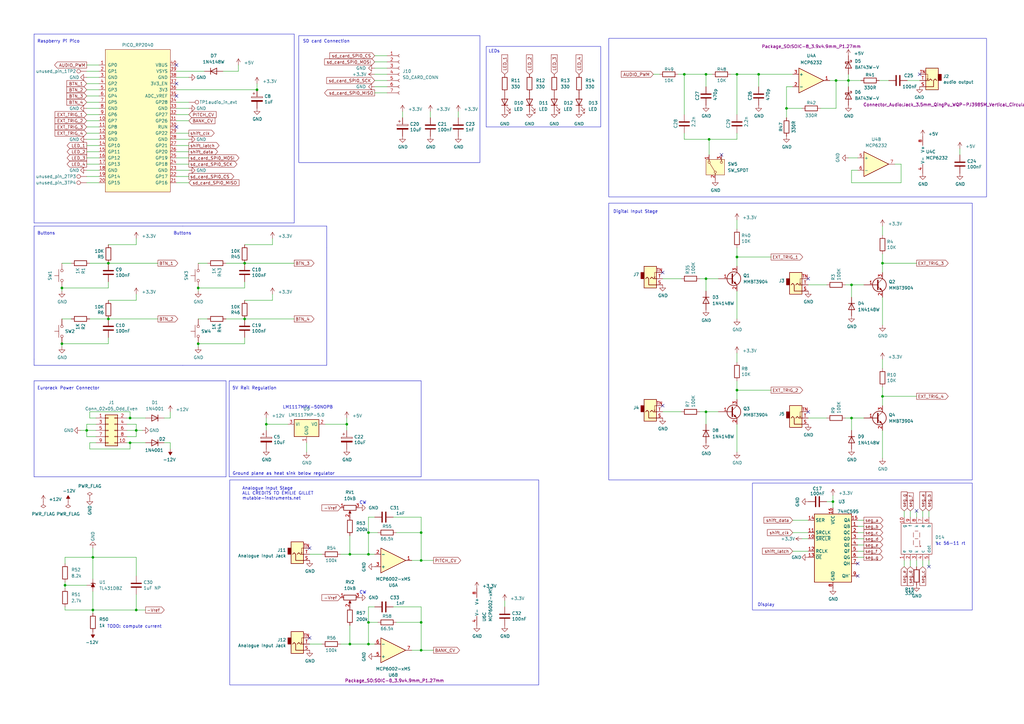
<source format=kicad_sch>
(kicad_sch (version 20231120) (generator "eeschema") (generator_version "8.0")
  (paper "A3")
  (title_block (title "Pi pico sample player") (date "2024-05-13") (rev "R00") (company "GOBLIN VISION") (comment 1 "Colin A.") (comment 2 "Donatien P.") (comment 3 "Andeol D."))
  (junction (at 35.56 176.53))
  (junction (at 172.72 255.27))
  (junction (at 302.26 105.41))
  (junction (at 289.56 30.48))
  (junction (at 143.51 264.16))
  (junction (at 151.13 218.44))
  (junction (at 151.13 255.27))
  (junction (at 44.45 130.81))
  (junction (at 26.67 240.03))
  (junction (at 100.33 130.81))
  (junction (at 38.1 250.19))
  (junction (at 280.67 30.48))
  (junction (at 44.45 107.95))
  (junction (at 109.22 173.99))
  (junction (at 302.26 160.02))
  (junction (at 151.13 264.16))
  (junction (at 302.26 30.48))
  (junction (at 347.98 33.02))
  (junction (at 25.4 140.97))
  (junction (at 342.9 33.02))
  (junction (at 349.25 171.45))
  (junction (at 25.4 118.11))
  (junction (at 53.34 181.61))
  (junction (at 151.13 227.33))
  (junction (at 143.51 227.33))
  (junction (at 289.56 114.3))
  (junction (at 38.1 228.6))
  (junction (at 53.34 171.45))
  (junction (at 311.15 30.48))
  (junction (at 55.88 250.19))
  (junction (at 322.58 44.45))
  (junction (at 290.83 57.15))
  (junction (at 81.28 118.11))
  (junction (at 81.28 140.97))
  (junction (at 100.33 107.95))
  (junction (at 172.72 266.7))
  (junction (at 142.24 173.99))
  (junction (at 55.88 176.53))
  (junction (at 361.95 107.95))
  (junction (at 289.56 168.91))
  (junction (at 172.72 229.87))
  (junction (at 361.95 162.56))
  (junction (at 172.72 218.44))
  (junction (at 349.25 116.84))
  (junction (at 341.63 205.74))
  (junction (at 105.41 36.83))
  (no_connect (at 331.47 168.91))
  (no_connect (at 72.39 52.07))
  (no_connect (at 351.79 236.22))
  (no_connect (at 127 224.79))
  (no_connect (at 295.91 63.5))
  (no_connect (at 331.47 114.3))
  (no_connect (at 351.79 231.14))
  (no_connect (at 127 261.62))
  (no_connect (at 72.39 34.29))
  (no_connect (at 271.78 111.76))
  (no_connect (at 72.39 26.67))
  (no_connect (at 381 232.41))
  (no_connect (at 271.78 166.37))
  (no_connect (at 72.39 39.37))
  (no_connect (at 377.19 30.48))
  (no_connect (at 375.92 209.55))
  (wire (pts (xy 100.33 130.81) (xy 120.65 130.81)))
  (wire (pts (xy 35.56 34.29) (xy 40.64 34.29)))
  (wire (pts (xy 370.84 232.41) (xy 370.84 229.87)))
  (wire (pts (xy 139.7 264.16) (xy 143.51 264.16)))
  (wire (pts (xy 40.64 29.21) (xy 35.56 29.21)))
  (wire (pts (xy 172.72 266.7) (xy 177.8 266.7)))
  (wire (pts (xy 172.72 255.27) (xy 172.72 266.7)))
  (wire (pts (xy 351.79 223.52) (xy 354.33 223.52)))
  (wire (pts (xy 311.15 30.48) (xy 311.15 35.56)))
  (wire (pts (xy 153.67 25.4) (xy 158.75 25.4)))
  (polyline (pts (xy 92.71 195.58) (xy 92.71 156.21)))
  (wire (pts (xy 143.51 264.16) (xy 151.13 264.16)))
  (wire (pts (xy 325.12 218.44) (xy 331.47 218.44)))
  (wire (pts (xy 373.38 212.09) (xy 373.38 209.55)))
  (wire (pts (xy 100.33 138.43) (xy 100.33 140.97)))
  (wire (pts (xy 44.45 130.81) (xy 64.77 130.81)))
  (wire (pts (xy 151.13 248.92) (xy 151.13 255.27)))
  (wire (pts (xy 151.13 218.44) (xy 151.13 227.33)))
  (wire (pts (xy 162.56 218.44) (xy 172.72 218.44)))
  (wire (pts (xy 341.63 205.74) (xy 339.09 205.74)))
  (wire (pts (xy 69.85 168.91) (xy 69.85 171.45)))
  (wire (pts (xy 290.83 57.15) (xy 290.83 63.5)))
  (wire (pts (xy 72.39 67.31) (xy 77.47 67.31)))
  (wire (pts (xy 109.22 176.53) (xy 109.22 173.99)))
  (polyline (pts (xy 13.97 149.86) (xy 74.93 149.86)))
  (wire (pts (xy 72.39 41.91) (xy 77.47 41.91)))
  (polyline (pts (xy 13.97 92.71) (xy 13.97 147.32)))
  (wire (pts (xy 279.4 168.91) (xy 271.78 168.91)))
  (wire (pts (xy 35.56 64.77) (xy 40.64 64.77)))
  (wire (pts (xy 77.47 57.15) (xy 72.39 57.15)))
  (wire (pts (xy 393.7 60.96) (xy 393.7 63.5)))
  (wire (pts (xy 77.47 44.45) (xy 72.39 44.45)))
  (wire (pts (xy 35.56 69.85) (xy 40.64 69.85)))
  (wire (pts (xy 44.45 100.33) (xy 55.88 100.33)))
  (wire (pts (xy 40.64 74.93) (xy 35.56 74.93)))
  (wire (pts (xy 36.83 107.95) (xy 44.45 107.95)))
  (wire (pts (xy 341.63 205.74) (xy 341.63 208.28)))
  (polyline (pts (xy 120.65 13.97) (xy 120.65 91.44)))
  (wire (pts (xy 351.79 228.6) (xy 354.33 228.6)))
  (wire (pts (xy 53.34 171.45) (xy 52.07 171.45)))
  (wire (pts (xy 353.06 33.02) (xy 347.98 33.02)))
  (wire (pts (xy 143.51 219.71) (xy 143.51 227.33)))
  (wire (pts (xy 35.56 173.99) (xy 35.56 176.53)))
  (wire (pts (xy 35.56 62.23) (xy 40.64 62.23)))
  (polyline (pts (xy 74.93 92.71) (xy 133.985 92.71)))
  (wire (pts (xy 35.56 46.99) (xy 40.64 46.99)))
  (wire (pts (xy 105.41 36.83) (xy 72.39 36.83)))
  (wire (pts (xy 289.56 35.56) (xy 289.56 30.48)))
  (wire (pts (xy 25.4 142.24) (xy 25.4 140.97)))
  (wire (pts (xy 153.67 35.56) (xy 158.75 35.56)))
  (wire (pts (xy 302.26 90.17) (xy 302.26 93.98)))
  (wire (pts (xy 72.39 72.39) (xy 77.47 72.39)))
  (wire (pts (xy 280.67 54.61) (xy 280.67 57.15)))
  (wire (pts (xy 55.88 250.19) (xy 55.88 243.84)))
  (wire (pts (xy 172.72 218.44) (xy 172.72 229.87)))
  (wire (pts (xy 151.13 212.09) (xy 151.13 218.44)))
  (wire (pts (xy 290.83 57.15) (xy 302.26 57.15)))
  (wire (pts (xy 347.98 64.77) (xy 351.79 64.77)))
  (wire (pts (xy 111.76 120.65) (xy 111.76 123.19)))
  (wire (pts (xy 44.45 115.57) (xy 44.45 118.11)))
  (wire (pts (xy 26.67 248.92) (xy 26.67 250.19)))
  (wire (pts (xy 72.39 54.61) (xy 77.47 54.61)))
  (wire (pts (xy 289.56 30.48) (xy 280.67 30.48)))
  (wire (pts (xy 44.45 138.43) (xy 44.45 140.97)))
  (wire (pts (xy 151.13 255.27) (xy 151.13 264.16)))
  (wire (pts (xy 299.72 30.48) (xy 302.26 30.48)))
  (wire (pts (xy 302.26 119.38) (xy 302.26 130.81)))
  (wire (pts (xy 92.71 130.81) (xy 100.33 130.81)))
  (polyline (pts (xy 13.97 91.44) (xy 13.97 13.97)))
  (wire (pts (xy 347.98 33.02) (xy 347.98 35.56)))
  (wire (pts (xy 143.51 227.33) (xy 151.13 227.33)))
  (wire (pts (xy 72.39 64.77) (xy 77.47 64.77)))
  (wire (pts (xy 207.01 246.38) (xy 207.01 248.92)))
  (wire (pts (xy 53.34 171.45) (xy 53.34 168.91)))
  (wire (pts (xy 53.34 181.61) (xy 52.07 181.61)))
  (wire (pts (xy 154.94 218.44) (xy 151.13 218.44)))
  (wire (pts (xy 322.58 44.45) (xy 328.93 44.45)))
  (polyline (pts (xy 13.97 13.97) (xy 120.65 13.97)))
  (wire (pts (xy 44.45 123.19) (xy 55.88 123.19)))
  (wire (pts (xy 361.95 111.76) (xy 361.95 107.95)))
  (wire (pts (xy 302.26 173.99) (xy 302.26 185.42)))
  (wire (pts (xy 325.12 226.06) (xy 331.47 226.06)))
  (wire (pts (xy 342.9 33.02) (xy 340.36 33.02)))
  (wire (pts (xy 165.1 45.72) (xy 165.1 48.26)))
  (wire (pts (xy 142.24 176.53) (xy 142.24 173.99)))
  (wire (pts (xy 111.76 97.79) (xy 111.76 100.33)))
  (wire (pts (xy 127 264.16) (xy 132.08 264.16)))
  (wire (pts (xy 29.21 107.95) (xy 25.4 107.95)))
  (wire (pts (xy 69.85 184.15) (xy 69.85 181.61)))
  (wire (pts (xy 316.23 105.41) (xy 302.26 105.41)))
  (wire (pts (xy 35.56 39.37) (xy 40.64 39.37)))
  (wire (pts (xy 36.83 181.61) (xy 39.37 181.61)))
  (wire (pts (xy 154.94 255.27) (xy 151.13 255.27)))
  (wire (pts (xy 267.97 30.48) (xy 270.51 30.48)))
  (wire (pts (xy 44.45 107.95) (xy 64.77 107.95)))
  (wire (pts (xy 161.29 212.09) (xy 172.72 212.09)))
  (wire (pts (xy 26.67 238.76) (xy 26.67 240.03)))
  (wire (pts (xy 36.83 130.81) (xy 44.45 130.81)))
  (wire (pts (xy 280.67 57.15) (xy 290.83 57.15)))
  (wire (pts (xy 287.02 168.91) (xy 289.56 168.91)))
  (wire (pts (xy 187.96 45.72) (xy 187.96 48.26)))
  (wire (pts (xy 162.56 255.27) (xy 172.72 255.27)))
  (wire (pts (xy 100.33 107.95) (xy 120.65 107.95)))
  (wire (pts (xy 85.09 130.81) (xy 81.28 130.81)))
  (wire (pts (xy 289.56 168.91) (xy 289.56 173.99)))
  (wire (pts (xy 38.1 250.19) (xy 55.88 250.19)))
  (wire (pts (xy 100.33 115.57) (xy 100.33 118.11)))
  (wire (pts (xy 35.56 59.69) (xy 40.64 59.69)))
  (wire (pts (xy 378.46 212.09) (xy 378.46 209.55)))
  (wire (pts (xy 100.33 140.97) (xy 81.28 140.97)))
  (wire (pts (xy 349.25 69.85) (xy 349.25 74.93)))
  (wire (pts (xy 316.23 160.02) (xy 302.26 160.02)))
  (wire (pts (xy 35.56 52.07) (xy 40.64 52.07)))
  (wire (pts (xy 339.09 171.45) (xy 331.47 171.45)))
  (wire (pts (xy 72.39 29.21) (xy 83.82 29.21)))
  (wire (pts (xy 133.35 173.99) (xy 142.24 173.99)))
  (wire (pts (xy 151.13 227.33) (xy 153.67 227.33)))
  (wire (pts (xy 53.34 168.91) (xy 36.83 168.91)))
  (wire (pts (xy 302.26 109.22) (xy 302.26 105.41)))
  (wire (pts (xy 375.92 212.09) (xy 375.92 209.55)))
  (polyline (pts (xy 93.98 156.21) (xy 172.72 156.21)))
  (wire (pts (xy 322.58 35.56) (xy 322.58 44.45)))
  (wire (pts (xy 38.1 242.57) (xy 38.1 250.19)))
  (wire (pts (xy 153.67 248.92) (xy 151.13 248.92)))
  (wire (pts (xy 360.68 33.02) (xy 364.49 33.02)))
  (wire (pts (xy 349.25 171.45) (xy 354.33 171.45)))
  (wire (pts (xy 361.95 176.53) (xy 361.95 187.96)))
  (wire (pts (xy 125.73 181.61) (xy 125.73 185.42)))
  (wire (pts (xy 55.88 176.53) (xy 55.88 179.07)))
  (wire (pts (xy 38.1 228.6) (xy 26.67 228.6)))
  (wire (pts (xy 153.67 212.09) (xy 151.13 212.09)))
  (wire (pts (xy 44.45 140.97) (xy 25.4 140.97)))
  (wire (pts (xy 38.1 224.79) (xy 38.1 228.6)))
  (wire (pts (xy 161.29 248.92) (xy 172.72 248.92)))
  (polyline (pts (xy 13.97 156.21) (xy 92.71 156.21)))
  (wire (pts (xy 375.92 107.95) (xy 361.95 107.95)))
  (wire (pts (xy 351.79 213.36) (xy 354.33 213.36)))
  (wire (pts (xy 35.56 26.67) (xy 40.64 26.67)))
  (wire (pts (xy 339.09 116.84) (xy 331.47 116.84)))
  (wire (pts (xy 302.26 105.41) (xy 302.26 101.6)))
  (wire (pts (xy 325.12 213.36) (xy 331.47 213.36)))
  (wire (pts (xy 36.83 184.15) (xy 36.83 181.61)))
  (wire (pts (xy 349.25 116.84) (xy 354.33 116.84)))
  (wire (pts (xy 278.13 30.48) (xy 280.67 30.48)))
  (polyline (pts (xy 120.65 91.44) (xy 13.97 91.44)))
  (wire (pts (xy 40.64 72.39) (xy 35.56 72.39)))
  (wire (pts (xy 59.69 171.45) (xy 53.34 171.45)))
  (wire (pts (xy 35.56 49.53) (xy 40.64 49.53)))
  (wire (pts (xy 328.93 220.98) (xy 331.47 220.98)))
  (wire (pts (xy 289.56 30.48) (xy 292.1 30.48)))
  (wire (pts (xy 67.31 171.45) (xy 69.85 171.45)))
  (wire (pts (xy 373.38 232.41) (xy 373.38 229.87)))
  (wire (pts (xy 347.98 30.48) (xy 347.98 33.02)))
  (wire (pts (xy 35.56 44.45) (xy 40.64 44.45)))
  (wire (pts (xy 302.26 160.02) (xy 302.26 156.21)))
  (wire (pts (xy 367.03 67.31) (xy 369.57 67.31)))
  (wire (pts (xy 29.21 130.81) (xy 25.4 130.81)))
  (wire (pts (xy 369.57 74.93) (xy 369.57 67.31)))
  (wire (pts (xy 153.67 30.48) (xy 158.75 30.48)))
  (polyline (pts (xy 93.98 195.58) (xy 172.72 195.58)))
  (wire (pts (xy 287.02 114.3) (xy 289.56 114.3)))
  (wire (pts (xy 55.88 250.19) (xy 59.69 250.19)))
  (wire (pts (xy 336.55 44.45) (xy 342.9 44.45)))
  (wire (pts (xy 44.45 118.11) (xy 25.4 118.11)))
  (wire (pts (xy 100.33 100.33) (xy 111.76 100.33)))
  (wire (pts (xy 351.79 226.06) (xy 354.33 226.06)))
  (wire (pts (xy 351.79 215.9) (xy 354.33 215.9)))
  (wire (pts (xy 55.88 176.53) (xy 52.07 176.53)))
  (wire (pts (xy 311.15 30.48) (xy 302.26 30.48)))
  (polyline (pts (xy 74.93 92.71) (xy 13.97 92.71)))
  (wire (pts (xy 55.88 173.99) (xy 52.07 173.99)))
  (wire (pts (xy 142.24 171.45) (xy 142.24 173.99)))
  (wire (pts (xy 26.67 228.6) (xy 26.67 231.14)))
  (wire (pts (xy 172.72 229.87) (xy 168.91 229.87)))
  (wire (pts (xy 36.83 168.91) (xy 36.83 171.45)))
  (wire (pts (xy 153.67 38.1) (xy 158.75 38.1)))
  (wire (pts (xy 153.67 33.02) (xy 158.75 33.02)))
  (wire (pts (xy 81.28 142.24) (xy 81.28 140.97)))
  (wire (pts (xy 55.88 120.65) (xy 55.88 123.19)))
  (wire (pts (xy 289.56 114.3) (xy 289.56 119.38)))
  (wire (pts (xy 26.67 240.03) (xy 26.67 241.3)))
  (wire (pts (xy 35.56 31.75) (xy 40.64 31.75)))
  (wire (pts (xy 322.58 48.26) (xy 322.58 44.45)))
  (wire (pts (xy 26.67 250.19) (xy 38.1 250.19)))
  (wire (pts (xy 53.34 184.15) (xy 36.83 184.15)))
  (wire (pts (xy 280.67 30.48) (xy 280.67 46.99)))
  (wire (pts (xy 153.67 27.94) (xy 158.75 27.94)))
  (wire (pts (xy 72.39 74.93) (xy 77.47 74.93)))
  (wire (pts (xy 105.41 34.29) (xy 105.41 36.83)))
  (wire (pts (xy 85.09 107.95) (xy 81.28 107.95)))
  (wire (pts (xy 302.26 144.78) (xy 302.26 148.59)))
  (wire (pts (xy 35.56 179.07) (xy 39.37 179.07)))
  (wire (pts (xy 361.95 162.56) (xy 361.95 158.75)))
  (wire (pts (xy 35.56 173.99) (xy 39.37 173.99)))
  (wire (pts (xy 361.95 166.37) (xy 361.95 162.56)))
  (wire (pts (xy 349.25 74.93) (xy 369.57 74.93)))
  (wire (pts (xy 342.9 33.02) (xy 347.98 33.02)))
  (polyline (pts (xy 13.97 147.32) (xy 13.97 149.86)))
  (wire (pts (xy 97.79 26.67) (xy 97.79 29.21)))
  (wire (pts (xy 77.47 31.75) (xy 72.39 31.75)))
  (wire (pts (xy 97.79 29.21) (xy 91.44 29.21)))
  (wire (pts (xy 35.56 67.31) (xy 40.64 67.31)))
  (wire (pts (xy 72.39 46.99) (xy 77.47 46.99)))
  (wire (pts (xy 35.56 176.53) (xy 35.56 179.07)))
  (wire (pts (xy 325.12 30.48) (xy 311.15 30.48)))
  (wire (pts (xy 351.79 218.44) (xy 354.33 218.44)))
  (wire (pts (xy 172.72 212.09) (xy 172.72 218.44)))
  (wire (pts (xy 100.33 118.11) (xy 81.28 118.11)))
  (wire (pts (xy 55.88 236.22) (xy 55.88 228.6)))
  (wire (pts (xy 100.33 123.19) (xy 111.76 123.19)))
  (wire (pts (xy 92.71 107.95) (xy 100.33 107.95)))
  (wire (pts (xy 302.26 30.48) (xy 302.26 46.99)))
  (polyline (pts (xy 13.97 195.58) (xy 92.71 195.58)))
  (wire (pts (xy 72.39 49.53) (xy 77.47 49.53)))
  (wire (pts (xy 289.56 168.91) (xy 294.64 168.91)))
  (wire (pts (xy 35.56 57.15) (xy 40.64 57.15)))
  (wire (pts (xy 346.71 171.45) (xy 349.25 171.45)))
  (wire (pts (xy 139.7 227.33) (xy 143.51 227.33)))
  (wire (pts (xy 72.39 69.85) (xy 77.47 69.85)))
  (wire (pts (xy 381 212.09) (xy 381 209.55)))
  (wire (pts (xy 26.67 240.03) (xy 35.56 240.03)))
  (wire (pts (xy 361.95 92.71) (xy 361.95 96.52)))
  (wire (pts (xy 302.26 163.83) (xy 302.26 160.02)))
  (wire (pts (xy 378.46 232.41) (xy 378.46 229.87)))
  (wire (pts (xy 361.95 147.32) (xy 361.95 151.13)))
  (wire (pts (xy 172.72 248.92) (xy 172.72 255.27)))
  (wire (pts (xy 381 232.41) (xy 381 229.87)))
  (polyline (pts (xy 133.985 149.86) (xy 133.985 101.6)))
  (wire (pts (xy 55.88 179.07) (xy 52.07 179.07)))
  (wire (pts (xy 72.39 62.23) (xy 77.47 62.23)))
  (wire (pts (xy 109.22 171.45) (xy 109.22 173.99)))
  (wire (pts (xy 289.56 114.3) (xy 294.64 114.3)))
  (wire (pts (xy 176.53 45.72) (xy 176.53 48.26)))
  (wire (pts (xy 35.56 54.61) (xy 40.64 54.61)))
  (wire (pts (xy 351.79 220.98) (xy 354.33 220.98)))
  (wire (pts (xy 36.83 171.45) (xy 39.37 171.45)))
  (wire (pts (xy 58.42 176.53) (xy 55.88 176.53)))
  (wire (pts (xy 109.22 173.99) (xy 118.11 173.99)))
  (wire (pts (xy 302.26 57.15) (xy 302.26 54.61)))
  (polyline (pts (xy 93.98 156.21) (xy 93.98 195.58)))
  (wire (pts (xy 59.69 181.61) (xy 53.34 181.61)))
  (wire (pts (xy 35.56 41.91) (xy 40.64 41.91)))
  (wire (pts (xy 38.1 237.49) (xy 38.1 228.6)))
  (polyline (pts (xy 74.93 149.86) (xy 133.985 149.86)))
  (wire (pts (xy 55.88 173.99) (xy 55.88 176.53)))
  (wire (pts (xy 351.79 69.85) (xy 349.25 69.85)))
  (wire (pts (xy 172.72 266.7) (xy 168.91 266.7)))
  (polyline (pts (xy 13.97 156.21) (xy 13.97 195.58)))
  (wire (pts (xy 53.34 181.61) (xy 53.34 184.15)))
  (wire (pts (xy 67.31 181.61) (xy 69.85 181.61)))
  (wire (pts (xy 346.71 116.84) (xy 349.25 116.84)))
  (wire (pts (xy 38.1 250.19) (xy 38.1 251.46)))
  (wire (pts (xy 341.63 203.2) (xy 341.63 205.74)))
  (wire (pts (xy 35.56 176.53) (xy 39.37 176.53)))
  (wire (pts (xy 127 227.33) (xy 132.08 227.33)))
  (wire (pts (xy 81.28 119.38) (xy 81.28 118.11)))
  (wire (pts (xy 375.92 232.41) (xy 375.92 229.87)))
  (wire (pts (xy 375.92 162.56) (xy 361.95 162.56)))
  (wire (pts (xy 151.13 264.16) (xy 153.67 264.16)))
  (wire (pts (xy 279.4 114.3) (xy 271.78 114.3)))
  (wire (pts (xy 72.39 59.69) (xy 77.47 59.69)))
  (wire (pts (xy 377.19 33.02) (xy 372.11 33.02)))
  (wire (pts (xy 349.25 116.84) (xy 349.25 121.92)))
  (wire (pts (xy 143.51 256.54) (xy 143.51 264.16)))
  (wire (pts (xy 25.4 119.38) (xy 25.4 118.11)))
  (wire (pts (xy 361.95 107.95) (xy 361.95 104.14)))
  (wire (pts (xy 55.88 97.79) (xy 55.88 100.33)))
  (wire (pts (xy 361.95 121.92) (xy 361.95 133.35)))
  (wire (pts (xy 172.72 229.87) (xy 177.8 229.87)))
  (wire (pts (xy 325.12 35.56) (xy 322.58 35.56)))
  (wire (pts (xy 33.02 176.53) (xy 35.56 176.53)))
  (polyline (pts (xy 172.72 195.58) (xy 172.72 156.21)))
  (wire (pts (xy 153.67 22.86) (xy 158.75 22.86)))
  (wire (pts (xy 55.88 228.6) (xy 38.1 228.6)))
  (wire (pts (xy 342.9 44.45) (xy 342.9 33.02)))
  (wire (pts (xy 370.84 212.09) (xy 370.84 209.55)))
  (wire (pts (xy 349.25 171.45) (xy 349.25 176.53)))
  (wire (pts (xy 35.56 36.83) (xy 40.64 36.83)))
  (polyline (pts (xy 133.985 92.71) (xy 133.985 101.6)))
  (rectangle (start 199.39 19.05) (end 246.38 52.07))
  (rectangle (start 249.682 83.312) (end 398.78 196.85))
  (rectangle (start 94.234 196.85) (end 220.98 280.924))
  (rectangle (start 308.61 198.12) (end 398.78 250.19))
  (rectangle (start 122.555 14.605) (end 196.85 66.675))
  (rectangle (start 249.682 15.748) (end 404.622 80.772))
  (text "Buttons" (at 71.12 96.52 0) (effects (font (size 1.27 1.27)) (justify left bottom)))
  (text "sc 56-11 rt" (at 389.89 223.012 0) (effects (font (size 1.27 1.27))))
  (text "Raspberry Pi Pico" (at 15.24 17.78 0) (effects (font (size 1.27 1.27)) (justify left bottom)))
  (text "LEDs" (at 202.692 21.082 0) (effects (font (size 1.27 1.27))))
  (text "Analogue Input Stage\nALL CREDITS TO ÉMILIE GILLET\nmutable-instruments.net" (at 99.314 205.232 0) (effects (font (size 1.27 1.27)) (justify left bottom)))
  (text "CW" (at 148.844 206.248 0) (effects (font (size 1.27 1.27))))
  (text "CW" (at 148.844 243.078 0) (effects (font (size 1.27 1.27))))
  (text "Buttons" (at 15.24 96.52 0) (effects (font (size 1.27 1.27)) (justify left bottom)))
  (text "5V Rail Regulation" (at 95.25 160.02 0) (effects (font (size 1.27 1.27)) (justify left bottom)))
  (text "Eurorack Power Connector" (at 15.24 160.02 0) (effects (font (size 1.27 1.27)) (justify left bottom)))
  (text "Display" (at 314.198 248.158 0) (effects (font (size 1.27 1.27))))
  (text "Ground plane as heat sink below regulator\n" (at 116.332 194.31 0) (effects (font (size 1.27 1.27))))
  (text "LM1117MPX-50NOPB" (at 126.238 167.132 0) (effects (font (size 1.27 1.27))))
  (text "SD card Connection" (at 133.858 17.018 0) (effects (font (size 1.27 1.27))))
  (text "TODO: compute current" (at 55.118 257.048 0) (effects (font (size 1.27 1.27))))
  (text "Digital Input Stage\n" (at 251.46 87.63 0) (effects (font (size 1.27 1.27)) (justify left bottom)))
  (global_label "seg_a" (shape input) (at 378.46 209.55 90) (property "Intersheetrefs" "${INTERSHEET_REFS}" (effects (hide yes))))
  (global_label "LED_3" (shape output) (at 35.56 64.77 180) (property "Intersheetrefs" "${INTERSHEET_REFS}" (effects (hide yes))))
  (global_label "LED_4" (shape output) (at 35.56 67.31 180) (property "Intersheetrefs" "${INTERSHEET_REFS}" (effects (hide yes))))
  (global_label "seg_e" (shape output) (at 354.33 223.52 0) (property "Intersheetrefs" "${INTERSHEET_REFS}" (effects (hide yes))))
  (global_label "EXT_TRIG_4" (shape output) (at 375.92 162.56 0) (property "Intersheetrefs" "${INTERSHEET_REFS}" (effects (hide yes))))
  (global_label "sd_card_SPI0_MISO" (shape input) (at 77.47 74.93 0) (property "Intersheetrefs" "${INTERSHEET_REFS}" (effects (hide yes))))
  (global_label "sd_card_SPI0_CS" (shape input) (at 153.67 22.86 180) (property "Intersheetrefs" "${INTERSHEET_REFS}" (effects (hide yes))))
  (global_label "BTN_2" (shape output) (at 64.77 130.81 0) (property "Intersheetrefs" "${INTERSHEET_REFS}" (effects (hide yes))))
  (global_label "seg_d" (shape input) (at 373.38 232.41 270) (property "Intersheetrefs" "${INTERSHEET_REFS}" (effects (hide yes))))
  (global_label "BANK_CV" (shape output) (at 177.8 266.7 0) (property "Intersheetrefs" "${INTERSHEET_REFS}" (effects (hide yes))))
  (global_label "EXT_TRIG_3" (shape input) (at 35.56 52.07 180) (property "Intersheetrefs" "${INTERSHEET_REFS}" (effects (hide yes))))
  (global_label "-Vref" (shape input) (at 139.7 245.11 180) (property "Intersheetrefs" "${INTERSHEET_REFS}" (effects (hide yes))))
  (global_label "seg_f" (shape input) (at 373.38 209.55 90) (property "Intersheetrefs" "${INTERSHEET_REFS}" (effects (hide yes))))
  (global_label "shift_latch" (shape output) (at 77.47 59.69 0) (property "Intersheetrefs" "${INTERSHEET_REFS}" (effects (hide yes))))
  (global_label "LED_2" (shape output) (at 35.56 62.23 180) (property "Intersheetrefs" "${INTERSHEET_REFS}" (effects (hide yes))))
  (global_label "seg_b" (shape output) (at 354.33 215.9 0) (property "Intersheetrefs" "${INTERSHEET_REFS}" (effects (hide yes))))
  (global_label "BTN_4" (shape input) (at 35.56 41.91 180) (property "Intersheetrefs" "${INTERSHEET_REFS}" (effects (hide yes))))
  (global_label "seg_c" (shape output) (at 354.33 218.44 0) (property "Intersheetrefs" "${INTERSHEET_REFS}" (effects (hide yes))))
  (global_label "shift_data" (shape output) (at 77.47 62.23 0) (property "Intersheetrefs" "${INTERSHEET_REFS}" (effects (hide yes))))
  (global_label "sd_card_SPI0_MOSI" (shape input) (at 153.67 25.4 180) (property "Intersheetrefs" "${INTERSHEET_REFS}" (effects (hide yes))))
  (global_label "LED_4" (shape input) (at 237.49 30.48 90) (property "Intersheetrefs" "${INTERSHEET_REFS}" (effects (hide yes))))
  (global_label "shift_data" (shape input) (at 325.12 213.36 180) (property "Intersheetrefs" "${INTERSHEET_REFS}" (effects (hide yes))))
  (global_label "sd_card_SPI0_SCK" (shape output) (at 77.47 67.31 0) (property "Intersheetrefs" "${INTERSHEET_REFS}" (effects (hide yes))))
  (global_label "seg_g" (shape input) (at 370.84 209.55 90) (property "Intersheetrefs" "${INTERSHEET_REFS}" (effects (hide yes))))
  (global_label "PITCH_CV" (shape output) (at 177.8 229.87 0) (property "Intersheetrefs" "${INTERSHEET_REFS}" (effects (hide yes))))
  (global_label "EXT_TRIG_3" (shape output) (at 375.92 107.95 0) (property "Intersheetrefs" "${INTERSHEET_REFS}" (effects (hide yes))))
  (global_label "seg_b" (shape input) (at 381 209.55 90) (property "Intersheetrefs" "${INTERSHEET_REFS}" (effects (hide yes))))
  (global_label "LED_1" (shape output) (at 35.56 59.69 180) (property "Intersheetrefs" "${INTERSHEET_REFS}" (effects (hide yes))))
  (global_label "EXT_TRIG_2" (shape output) (at 316.23 160.02 0) (property "Intersheetrefs" "${INTERSHEET_REFS}" (effects (hide yes))))
  (global_label "BTN_3" (shape output) (at 120.65 107.95 0) (property "Intersheetrefs" "${INTERSHEET_REFS}" (effects (hide yes))))
  (global_label "shift_clk" (shape output) (at 77.47 54.61 0) (property "Intersheetrefs" "${INTERSHEET_REFS}" (effects (hide yes))))
  (global_label "LED_2" (shape input) (at 217.17 30.48 90) (property "Intersheetrefs" "${INTERSHEET_REFS}" (effects (hide yes))))
  (global_label "PITCH_CV" (shape input) (at 77.47 46.99 0) (property "Intersheetrefs" "${INTERSHEET_REFS}" (effects (hide yes))))
  (global_label "BTN_2" (shape input) (at 35.56 36.83 180) (property "Intersheetrefs" "${INTERSHEET_REFS}" (effects (hide yes))))
  (global_label "AUDIO_PWM" (shape output) (at 35.56 26.67 180) (property "Intersheetrefs" "${INTERSHEET_REFS}" (effects (hide yes))))
  (global_label "-Vref" (shape output) (at 59.69 250.19 0) (property "Intersheetrefs" "${INTERSHEET_REFS}" (effects (hide yes))))
  (global_label "shift_latch" (shape input) (at 325.12 226.06 180) (property "Intersheetrefs" "${INTERSHEET_REFS}" (effects (hide yes))))
  (global_label "BANK_CV" (shape input) (at 77.47 49.53 0) (property "Intersheetrefs" "${INTERSHEET_REFS}" (effects (hide yes))))
  (global_label "BTN_1" (shape input) (at 35.56 34.29 180) (property "Intersheetrefs" "${INTERSHEET_REFS}" (effects (hide yes))))
  (global_label "EXT_TRIG_2" (shape input) (at 35.56 49.53 180) (property "Intersheetrefs" "${INTERSHEET_REFS}" (effects (hide yes))))
  (global_label "sd_card_SPI0_SCK" (shape input) (at 153.67 33.02 180) (property "Intersheetrefs" "${INTERSHEET_REFS}" (effects (hide yes))))
  (global_label "EXT_TRIG_1" (shape output) (at 316.23 105.41 0) (property "Intersheetrefs" "${INTERSHEET_REFS}" (effects (hide yes))))
  (global_label "AUDIO_PWM" (shape input) (at 267.97 30.48 180) (property "Intersheetrefs" "${INTERSHEET_REFS}" (effects (hide yes))))
  (global_label "seg_c" (shape input) (at 378.46 232.41 270) (property "Intersheetrefs" "${INTERSHEET_REFS}" (effects (hide yes))))
  (global_label "shift_clk" (shape input) (at 325.12 218.44 180) (property "Intersheetrefs" "${INTERSHEET_REFS}" (effects (hide yes))))
  (global_label "seg_a" (shape output) (at 354.33 213.36 0) (property "Intersheetrefs" "${INTERSHEET_REFS}" (effects (hide yes))))
  (global_label "BTN_4" (shape output) (at 120.65 130.81 0) (property "Intersheetrefs" "${INTERSHEET_REFS}" (effects (hide yes))))
  (global_label "seg_f" (shape output) (at 354.33 226.06 0) (property "Intersheetrefs" "${INTERSHEET_REFS}" (effects (hide yes))))
  (global_label "sd_card_SPI0_CS" (shape output) (at 77.47 72.39 0) (property "Intersheetrefs" "${INTERSHEET_REFS}" (effects (hide yes))))
  (global_label "BTN_3" (shape input) (at 35.56 39.37 180) (property "Intersheetrefs" "${INTERSHEET_REFS}" (effects (hide yes))))
  (global_label "seg_d" (shape output) (at 354.33 220.98 0) (property "Intersheetrefs" "${INTERSHEET_REFS}" (effects (hide yes))))
  (global_label "seg_g" (shape output) (at 354.33 228.6 0) (property "Intersheetrefs" "${INTERSHEET_REFS}" (effects (hide yes))))
  (global_label "sd_card_SPI0_MISO" (shape output) (at 153.67 38.1 180) (property "Intersheetrefs" "${INTERSHEET_REFS}" (effects (hide yes))))
  (global_label "EXT_TRIG_4" (shape input) (at 35.56 54.61 180) (property "Intersheetrefs" "${INTERSHEET_REFS}" (effects (hide yes))))
  (global_label "seg_e" (shape input) (at 370.84 232.41 270) (property "Intersheetrefs" "${INTERSHEET_REFS}" (effects (hide yes))))
  (global_label "EXT_TRIG_1" (shape input) (at 35.56 46.99 180) (property "Intersheetrefs" "${INTERSHEET_REFS}" (effects (hide yes))))
  (global_label "sd_card_SPI0_MOSI" (shape output) (at 77.47 64.77 0) (property "Intersheetrefs" "${INTERSHEET_REFS}" (effects (hide yes))))
  (global_label "-Vref" (shape input) (at 139.7 208.28 180) (property "Intersheetrefs" "${INTERSHEET_REFS}" (effects (hide yes))))
  (global_label "LED_1" (shape input) (at 207.01 30.48 90) (property "Intersheetrefs" "${INTERSHEET_REFS}" (effects (hide yes))))
  (global_label "LED_3" (shape input) (at 227.33 30.48 90) (property "Intersheetrefs" "${INTERSHEET_REFS}" (effects (hide yes))))
  (global_label "BTN_1" (shape output) (at 64.77 107.95 0) (property "Intersheetrefs" "${INTERSHEET_REFS}" (effects (hide yes))))
  (symbol (lib_id "Device:C") (at 289.56 39.37 180) (unit 1)
    (property "Reference" "C27" (at 286.004 37.338 90) (effects (justify left)))
    (property "Value" "470p" (at 293.37 36.322 90) (effects (justify left)))
    (property "Footprint" "Capacitor_SMD:C_0805_2012Metric_Pad1.18x1.45mm_HandSolder" (effects (hide yes)))
  )
  (symbol (lib_id "Device:R") (at 361.95 154.94 0) (unit 1)
    (property "Reference" "R10" (at 363.728 153.7716 0) (effects (justify left)))
    (property "Value" "10K" (at 363.728 156.083 0) (effects (justify left)))
    (property "Footprint" "Resistor_SMD:R_0805_2012Metric_Pad1.20x1.40mm_HandSolder" (effects (hide yes)))
  )
  (symbol (lib_name "SW_Push_1") (lib_id "Switch:SW_Push") (at 81.28 135.89 90) (unit 1)
    (property "Reference" "SW4" (at 82.4992 135.89 90) (effects (justify right)))
    (property "Value" "SW_Push" (effects (hide yes)))
    (property "Footprint" "DIP_SWITCH:TSA12110" (effects (hide yes)))
  )
  (symbol (lib_name "GND_2") (lib_id "power:GND") (at 237.49 45.72 0) (unit 1)
    (property "Reference" "#PWR023" (effects (hide yes)))
    (property "Value" "GND" (at 237.49 50.8 0))
    (property "Description" "Power symbol creates a global label with name \"GND\" , ground" (effects (hide yes)))
  )
  (symbol (lib_id "power:GND") (at 81.28 119.38 0) (unit 1)
    (property "Reference" "#PWR030" (effects (hide yes)))
    (property "Value" "GND" (at 81.407 123.7742 0))
  )
  (symbol (lib_id "power:GND") (at 125.73 185.42 0) (unit 1)
    (property "Reference" "#PWR06" (effects (hide yes)))
    (property "Value" "GND" (at 125.857 189.8142 0))
  )
  (symbol (lib_name "GND_1") (lib_id "power:GND") (at 147.32 208.28 90) (unit 1)
    (property "Reference" "#PWR058" (effects (hide yes)))
    (property "Value" "GND" (at 151.13 208.2799 90) (effects (justify right)))
    (property "Description" "Power symbol creates a global label with name \"GND\" , ground" (effects (hide yes)))
  )
  (symbol (lib_id "Device:R") (at 33.02 107.95 270) (unit 1)
    (property "Reference" "R1" (at 34.1884 109.728 0) (effects (justify left)))
    (property "Value" "1K" (at 31.877 109.728 0) (effects (justify left)))
    (property "Footprint" "Resistor_SMD:R_0805_2012Metric_Pad1.20x1.40mm_HandSolder" (effects (hide yes)))
  )
  (symbol (lib_id "Device:LED") (at 207.01 41.91 90) (unit 1)
    (property "Reference" "D10" (at 210.82 42.2274 90) (effects (justify right)))
    (property "Value" "LED" (at 210.82 44.7674 90) (effects (justify right)))
    (property "Footprint" "LED_THT:LED_D5.0mm" (effects (hide yes)))
    (property "Description" "Light emitting diode" (effects (hide yes)))
  )
  (symbol (lib_id "power:GND") (at 377.19 35.56 0) (mirror y) (unit 1)
    (property "Reference" "#PWR013" (effects (hide yes)))
    (property "Value" "GND" (at 377.063 39.9542 0))
  )
  (symbol (lib_id "power:GND") (at 165.1 55.88 0) (unit 1)
    (property "Reference" "#PWR033" (effects (hide yes)))
    (property "Value" "GND" (at 165.227 60.2742 0))
  )
  (symbol (lib_id "Device:R_Potentiometer") (at 143.51 245.11 90) (mirror x) (unit 1)
    (property "Reference" "RV2" (at 143.51 238.76 90))
    (property "Value" "10kB" (at 143.51 241.3 90))
    (property "Footprint" "Potentiometer_THT:Potentiometer_Alps_RK09K_Single_Vertical" (effects (hide yes)))
    (property "Description" "Potentiometer" (effects (hide yes)))
  )
  (symbol (lib_id "power:GND") (at 375.92 240.03 0) (unit 1)
    (property "Reference" "#PWR050" (effects (hide yes)))
    (property "Value" "GND" (at 376.047 244.4242 0))
  )
  (symbol (lib_id "text:TEXT") (at 328.93 220.98 90) (unit 1)
    (property "Reference" "Reference19" (effects (hide yes)))
    (property "Value" "+3.3V" (at 326.136 220.98 90) (effects (justify left)))
  )
  (symbol (lib_id "power:GND") (at 289.56 181.61 0) (unit 1)
    (property "Reference" "#PWR015" (effects (hide yes)))
    (property "Value" "GND" (at 289.687 186.0042 0))
  )
  (symbol (lib_id "Device:R") (at 283.21 114.3 90) (unit 1)
    (property "Reference" "R35" (at 282.0416 112.522 0) (effects (justify left)))
    (property "Value" "100K" (at 284.353 112.522 0) (effects (justify left)))
    (property "Footprint" "Resistor_SMD:R_0805_2012Metric_Pad1.20x1.40mm_HandSolder" (effects (hide yes)))
  )
  (symbol (lib_id "Device:R") (at 33.02 130.81 270) (unit 1)
    (property "Reference" "R2" (at 34.1884 132.588 0) (effects (justify left)))
    (property "Value" "1K" (at 31.877 132.588 0) (effects (justify left)))
    (property "Footprint" "Resistor_SMD:R_0805_2012Metric_Pad1.20x1.40mm_HandSolder" (effects (hide yes)))
  )
  (symbol (lib_id "power:GND") (at 153.67 232.41 270) (unit 1)
    (property "Reference" "#PWR057" (effects (hide yes)))
    (property "Value" "GND" (at 149.2758 232.537 0))
  )
  (symbol (lib_id "power:GND") (at 289.56 43.18 0) (unit 1)
    (property "Reference" "#PWR041" (effects (hide yes)))
    (property "Value" "GND" (at 289.687 47.5742 0))
  )
  (symbol (lib_id "Diode:1N4148W") (at 289.56 177.8 270) (unit 1)
    (property "Reference" "D8" (at 292.1 176.5299 90) (effects (justify left)))
    (property "Value" "1N4148W" (at 292.1 179.0699 90) (effects (justify left)))
    (property "Footprint" "Diode_SMD:D_SOD-123" (effects (hide yes)))
    (property "Datasheet" "https://www.vishay.com/docs/85748/1n4148w.pdf" (effects (hide yes)))
    (property "Description" "75V 0.15A Fast Switching Diode, SOD-123" (effects (hide yes)))
    (property "Sim.Device" "D" (effects (hide yes)))
    (property "Sim.Pins" "1=K 2=A" (effects (hide yes)))
  )
  (symbol (lib_id "Amplifier_Operational:TL072") (at 381 63.5 0) (unit 3)
    (property "Reference" "U4" (at 379.73 62.2299 0) (effects (justify left)))
    (property "Value" "MCP6232" (at 379.73 64.7699 0) (effects (justify left)))
    (property "Footprint" "Package_SO:SOIC-8_3.9x4.9mm_P1.27mm" (effects (hide yes)))
    (property "Datasheet" "http://www.ti.com/lit/ds/symlink/tl071.pdf" (effects (hide yes)))
    (property "Description" "Dual Low-Noise JFET-Input Operational Amplifiers, DIP-8/SOIC-8" (effects (hide yes)))
  )
  (symbol (lib_id "text:TEXT") (at 361.95 147.32 0) (unit 1)
    (property "Reference" "Reference6" (effects (hide yes)))
    (property "Value" "+3.3V" (at 364.1852 146.3802 0) (effects (justify left)))
  )
  (symbol (lib_id "text:TEXT") (at 176.53 45.72 0) (unit 1)
    (property "Reference" "Reference22" (effects (hide yes)))
    (property "Value" "+3.3V" (at 178.7652 44.7802 0) (effects (justify left)))
  )
  (symbol (lib_id "Device:R") (at 100.33 104.14 180) (unit 1)
    (property "Reference" "R45" (at 98.552 105.3084 0) (effects (justify left)))
    (property "Value" "10K" (at 98.552 102.997 0) (effects (justify left)))
    (property "Footprint" "Resistor_SMD:R_0805_2012Metric_Pad1.20x1.40mm_HandSolder" (effects (hide yes)))
  )
  (symbol (lib_id "Device:C") (at 335.28 205.74 270) (unit 1)
    (property "Reference" "C17" (at 333.248 200.406 90) (effects (justify left)))
    (property "Value" "100nF" (at 332.232 202.438 90) (effects (justify left)))
    (property "Footprint" "Capacitor_SMD:C_0805_2012Metric_Pad1.18x1.45mm_HandSolder" (effects (hide yes)))
  )
  (symbol (lib_id "Reference_Voltage:TL431DBZ") (at 38.1 240.03 90) (unit 1)
    (property "Reference" "U1" (at 40.64 238.7599 90) (effects (justify right)))
    (property "Value" "TL431DBZ" (at 40.64 241.2999 90) (effects (justify right)))
    (property "Footprint" "Package_TO_SOT_SMD:SOT-23" (effects (hide yes)))
    (property "Datasheet" "http://www.ti.com/lit/ds/symlink/tl431.pdf" (effects (hide yes)))
    (property "Description" "Shunt Regulator, SOT-23" (effects (hide yes)))
  )
  (symbol (lib_id "power:GND") (at 142.24 184.15 0) (unit 1)
    (property "Reference" "#PWR052" (effects (hide yes)))
    (property "Value" "GND" (at 142.367 188.5442 0))
  )
  (symbol (lib_id "Device:C") (at 187.96 52.07 0) (unit 1)
    (property "Reference" "C23" (at 190.881 50.9016 0) (effects (justify left)))
    (property "Value" "1nF" (at 190.881 53.213 0) (effects (justify left)))
    (property "Footprint" "Capacitor_SMD:C_0805_2012Metric_Pad1.18x1.45mm_HandSolder" (effects (hide yes)))
  )
  (symbol (lib_id "Diode:1N4148W") (at 349.25 125.73 270) (unit 1)
    (property "Reference" "D4" (at 351.79 124.4599 90) (effects (justify left)))
    (property "Value" "1N4148W" (at 351.79 126.9999 90) (effects (justify left)))
    (property "Footprint" "Diode_SMD:D_SOD-123" (effects (hide yes)))
    (property "Datasheet" "https://www.vishay.com/docs/85748/1n4148w.pdf" (effects (hide yes)))
    (property "Description" "75V 0.15A Fast Switching Diode, SOD-123" (effects (hide yes)))
    (property "Sim.Device" "D" (effects (hide yes)))
    (property "Sim.Pins" "1=K 2=A" (effects (hide yes)))
  )
  (symbol (lib_id "74xx:74HC595") (at 341.63 223.52 0) (unit 1)
    (property "Reference" "U3" (at 343.8241 205.74 0) (effects (justify left)))
    (property "Value" "74HC595" (at 343.408 209.804 0) (effects (justify left)))
    (property "Footprint" "Package_SO:SO-16_3.9x9.9mm_P1.27mm" (effects (hide yes)))
    (property "Datasheet" "http://www.ti.com/lit/ds/symlink/sn74hc595.pdf" (effects (hide yes)))
    (property "Description" "8-bit serial in/out Shift Register 3-State Outputs" (effects (hide yes)))
  )
  (symbol (lib_id "Device:R") (at 342.9 116.84 90) (unit 1)
    (property "Reference" "R3" (at 341.7316 115.062 0) (effects (justify left)))
    (property "Value" "100K" (at 344.043 115.062 0) (effects (justify left)))
    (property "Footprint" "Resistor_SMD:R_0805_2012Metric_Pad1.20x1.40mm_HandSolder" (effects (hide yes)))
  )
  (symbol (lib_id "Device:R") (at 158.75 218.44 90) (unit 1)
    (property "Reference" "R55" (at 158.75 215.9 90))
    (property "Value" "66.5k" (at 158.75 220.98 90))
    (property "Footprint" "Resistor_SMD:R_0805_2012Metric_Pad1.20x1.40mm_HandSolder" (effects (hide yes)))
    (property "Description" "Resistor" (effects (hide yes)))
  )
  (symbol (lib_id "Device:C") (at 176.53 52.07 0) (unit 1)
    (property "Reference" "C21" (at 179.451 50.9016 0) (effects (justify left)))
    (property "Value" "100nF" (at 179.451 53.213 0) (effects (justify left)))
    (property "Footprint" "Capacitor_SMD:C_0805_2012Metric_Pad1.18x1.45mm_HandSolder" (effects (hide yes)))
  )
  (symbol (lib_id "Connector:AudioJack2_SwitchT") (at 326.39 171.45 0) (mirror x) (unit 1)
    (property "Reference" "J5" (at 321.818 169.7482 0) (effects (justify right)))
    (property "Value" "Digital Input Jack" (effects (hide yes)))
    (property "Footprint" "Connector_Audio:Jack_3.5mm_QingPu_WQP-PJ398SM_Vertical_CircularHoles" (effects (hide yes)))
  )
  (symbol (lib_id "power:-12V") (at 27.94 205.74 0) (unit 1)
    (property "Reference" "#PWR01" (effects (hide yes)))
    (property "Value" "-12V" (at 28.321 201.3458 0))
  )
  (symbol (lib_id "Device:C") (at 55.88 240.03 0) (unit 1)
    (property "Reference" "C30" (at 58.801 238.8616 0) (effects (justify left)))
    (property "Value" "1uF NP" (at 58.801 241.173 0) (effects (justify left)))
    (property "Footprint" "Capacitor_SMD:C_0805_2012Metric_Pad1.18x1.45mm_HandSolder" (effects (hide yes)))
  )
  (symbol (lib_id "text:TEXT") (at 393.7 60.96 0) (unit 1)
    (property "Reference" "Reference27" (effects (hide yes)))
    (property "Value" "+5V" (at 395.9352 60.0202 0) (effects (justify left)))
  )
  (symbol (lib_id "Device:R") (at 44.45 104.14 180) (unit 1)
    (property "Reference" "R5" (at 42.672 105.3084 0) (effects (justify left)))
    (property "Value" "10K" (at 42.672 102.997 0) (effects (justify left)))
    (property "Footprint" "Resistor_SMD:R_0805_2012Metric_Pad1.20x1.40mm_HandSolder" (effects (hide yes)))
  )
  (symbol (lib_id "text:TEXT") (at 302.26 90.17 0) (unit 1)
    (property "Reference" "Reference16" (effects (hide yes)))
    (property "Value" "+3.3V" (at 304.4952 89.2302 0) (effects (justify left)))
  )
  (symbol (lib_id "power:GND") (at 322.58 55.88 0) (unit 1)
    (property "Reference" "#PWR039" (effects (hide yes)))
    (property "Value" "GND" (at 322.707 60.2742 0))
  )
  (symbol (lib_id "power:GND") (at 271.78 171.45 0) (unit 1)
    (property "Reference" "#PWR014" (effects (hide yes)))
    (property "Value" "GND" (at 271.907 175.8442 0))
  )
  (symbol (lib_id "Device:R") (at 356.87 33.02 90) (unit 1)
    (property "Reference" "R41" (at 356.87 30.734 90))
    (property "Value" "330R" (at 356.87 35.9664 90))
    (property "Footprint" "Resistor_SMD:R_0805_2012Metric_Pad1.20x1.40mm_HandSolder" (effects (hide yes)))
  )
  (symbol (lib_id "power:GND") (at 349.25 184.15 0) (unit 1)
    (property "Reference" "#PWR018" (effects (hide yes)))
    (property "Value" "GND" (at 349.377 188.5442 0))
  )
  (symbol (lib_id "Diode:1N4148W") (at 289.56 123.19 270) (unit 1)
    (property "Reference" "D3" (at 292.1 121.9199 90) (effects (justify left)))
    (property "Value" "1N4148W" (at 292.1 124.4599 90) (effects (justify left)))
    (property "Footprint" "Diode_SMD:D_SOD-123" (effects (hide yes)))
    (property "Datasheet" "https://www.vishay.com/docs/85748/1n4148w.pdf" (effects (hide yes)))
    (property "Description" "75V 0.15A Fast Switching Diode, SOD-123" (effects (hide yes)))
    (property "Sim.Device" "D" (effects (hide yes)))
    (property "Sim.Pins" "1=K 2=A" (effects (hide yes)))
  )
  (symbol (lib_id "Device:R") (at 227.33 34.29 0) (unit 1)
    (property "Reference" "R13" (at 229.87 33.0199 0) (effects (justify left)))
    (property "Value" "330" (at 229.87 35.5599 0) (effects (justify left)))
    (property "Footprint" "Resistor_SMD:R_0805_2012Metric_Pad1.20x1.40mm_HandSolder" (effects (hide yes)))
    (property "Description" "Resistor" (effects (hide yes)))
  )
  (symbol (lib_id "power:GND") (at 331.47 119.38 0) (unit 1)
    (property "Reference" "#PWR05" (effects (hide yes)))
    (property "Value" "GND" (at 331.597 123.7742 0))
  )
  (symbol (lib_id "7_seg:SC_56-11_RT") (at 375.92 220.98 0) (unit 1)
    (property "Reference" "D14" (at 383.54 220.3449 0) (effects (justify left)))
    (property "Value" "~" (at 383.54 222.25 0) (effects (justify left)))
    (property "Footprint" "7_seg:SC_56_11_RT" (effects (hide yes)))
  )
  (symbol (lib_id "Device:R") (at 361.95 100.33 0) (unit 1)
    (property "Reference" "R4" (at 363.728 99.1616 0) (effects (justify left)))
    (property "Value" "10K" (at 363.728 101.473 0) (effects (justify left)))
    (property "Footprint" "Resistor_SMD:R_0805_2012Metric_Pad1.20x1.40mm_HandSolder" (effects (hide yes)))
  )
  (symbol (lib_id "power:GND") (at 77.47 57.15 90) (unit 1)
    (property "Reference" "#PWR048" (effects (hide yes)))
    (property "Value" "GND" (at 82.55 57.15 90))
  )
  (symbol (lib_id "text:TEXT") (at 97.79 26.67 0) (unit 1)
    (property "Reference" "Reference7" (effects (hide yes)))
    (property "Value" "+5V" (at 100.0252 25.7302 0) (effects (justify left)))
  )
  (symbol (lib_id "text:TEXT") (at 347.98 22.86 0) (unit 1)
    (property "Reference" "Reference26" (effects (hide yes)))
    (property "Value" "+5V" (at 350.2152 21.9202 0) (effects (justify left)))
  )
  (symbol (lib_id "power:GND") (at 33.02 176.53 270) (unit 1)
    (property "Reference" "#PWR04" (effects (hide yes)))
    (property "Value" "GND" (at 28.194 176.53 90))
  )
  (symbol (lib_id "power:GND") (at 127 229.87 0) (unit 1)
    (property "Reference" "#PWR056" (effects (hide yes)))
    (property "Value" "GND" (at 127.127 234.2642 0))
  )
  (symbol (lib_id "text:TEXT") (at 187.96 45.72 0) (unit 1)
    (property "Reference" "Reference23" (effects (hide yes)))
    (property "Value" "+3.3V" (at 190.1952 44.7802 0) (effects (justify left)))
  )
  (symbol (lib_id "power:GND") (at 187.96 55.88 0) (unit 1)
    (property "Reference" "#PWR026" (effects (hide yes)))
    (property "Value" "GND" (at 188.087 60.2742 0))
  )
  (symbol (lib_id "Diode:BAT43W-V") (at 347.98 26.67 270) (unit 1)
    (property "Reference" "D5" (at 350.52 25.0824 90) (effects (justify left)))
    (property "Value" "BAT43W-V" (at 350.52 27.6224 90) (effects (justify left)))
    (property "Footprint" "Diode_SMD:D_SOD-123" (effects (hide yes)))
    (property "Datasheet" "http://www.vishay.com/docs/85660/bat42.pdf" (effects (hide yes)))
    (property "Description" "30V 0.2A Small Signal Schottky diode, SOD-123" (effects (hide yes)))
  )
  (symbol (lib_id "Connector_Generic:Conn_02x05_Odd_Even") (at 44.45 176.53 0) (unit 1)
    (property "Reference" "J1" (at 45.72 165.1 0))
    (property "Value" "Conn_02x05_Odd_Even" (at 45.72 167.64 0))
    (property "Footprint" "Connector_PinHeader_2.54mm:PinHeader_2x05_P2.54mm_Vertical" (effects (hide yes)))
    (property "Description" "Generic connector, double row, 02x05, odd/even pin numbering scheme (row 1 odd numbers, row 2 even numbers), script generated (kicad-library-utils/schlib/autogen/connector/)" (effects (hide yes)))
  )
  (symbol (lib_id "power:GND") (at 361.95 133.35 0) (unit 1)
    (property "Reference" "#PWR012" (effects (hide yes)))
    (property "Value" "GND" (at 362.077 137.7442 0))
  )
  (symbol (lib_id "Connector:AudioJack2_SwitchT") (at 266.7 168.91 0) (mirror x) (unit 1)
    (property "Reference" "J4" (at 262.128 167.2082 0) (effects (justify right)))
    (property "Value" "Digital Input Jack" (effects (hide yes)))
    (property "Footprint" "Connector_Audio:Jack_3.5mm_QingPu_WQP-PJ398SM_Vertical_CircularHoles" (effects (hide yes)))
  )
  (symbol (lib_id "text:TEXT") (at 17.78 205.74 0) (unit 1)
    (property "Reference" "Reference9" (effects (hide yes)))
    (property "Value" "+12V" (at 20.0152 204.8002 0) (effects (justify left)))
  )
  (symbol (lib_id "Switch:SW_SPDT") (at 293.37 68.58 90) (unit 1)
    (property "Reference" "SW5" (at 298.45 67.3099 90) (effects (justify right)))
    (property "Value" "SW_SPDT" (at 298.45 69.8499 90) (effects (justify right)))
    (property "Footprint" "DIP_SWITCH:DIP_SWITCH" (effects (hide yes)))
    (property "Description" "Switch, single pole double throw" (effects (hide yes)))
  )
  (symbol (lib_id "Transistor_BJT:MMBT3904") (at 299.72 168.91 0) (unit 1)
    (property "Reference" "Q3" (at 304.8 167.6399 0) (effects (justify left)))
    (property "Value" "MMBT3904" (at 304.8 170.1799 0) (effects (justify left)))
    (property "Footprint" "Package_TO_SOT_SMD:SOT-23" (effects (hide yes)))
    (property "Datasheet" "https://www.onsemi.com/pdf/datasheet/pzt3904-d.pdf" (effects (hide yes)))
    (property "Description" "0.2A Ic, 40V Vce, Small Signal NPN Transistor, SOT-23" (effects (hide yes)))
  )
  (symbol (lib_id "Connector:AudioJack2_SwitchT") (at 382.27 33.02 180) (unit 1)
    (property "Reference" "J2" (at 386.842 31.3182 0) (effects (justify right)))
    (property "Value" "audio output" (at 386.842 33.6296 0) (effects (justify right)))
    (property "Footprint" "Connector_Audio:Jack_3.5mm_QingPu_WQP-PJ398SM_Vertical_CircularHoles" (at 390.398 42.926 0))
  )
  (symbol (lib_id "power:GND") (at 378.46 71.12 0) (unit 1)
    (property "Reference" "#PWR036" (effects (hide yes)))
    (property "Value" "GND" (at 378.587 75.5142 0))
  )
  (symbol (lib_id "Diode:1N4148W") (at 349.25 180.34 270) (unit 1)
    (property "Reference" "D9" (at 351.79 179.0699 90) (effects (justify left)))
    (property "Value" "1N4148W" (at 351.79 181.6099 90) (effects (justify left)))
    (property "Footprint" "Diode_SMD:D_SOD-123" (effects (hide yes)))
    (property "Datasheet" "https://www.vishay.com/docs/85748/1n4148w.pdf" (effects (hide yes)))
    (property "Description" "75V 0.15A Fast Switching Diode, SOD-123" (effects (hide yes)))
    (property "Sim.Device" "D" (effects (hide yes)))
    (property "Sim.Pins" "1=K 2=A" (effects (hide yes)))
  )
  (symbol (lib_name "SW_Push_3") (lib_id "Switch:SW_Push") (at 25.4 113.03 90) (unit 1)
    (property "Reference" "SW1" (at 20.4978 113.03 0))
    (property "Value" "SW_Push" (effects (hide yes)))
    (property "Footprint" "DIP_SWITCH:TSA12110" (effects (hide yes)))
  )
  (symbol (lib_id "Regulator_Linear:LM1117MP-5.0") (at 125.73 173.99 0) (unit 1)
    (property "Reference" "U5" (at 125.73 167.64 0))
    (property "Value" "LM1117MP-5.0" (at 125.73 170.18 0))
    (property "Footprint" "Package_TO_SOT_SMD:SOT-223-3_TabPin2" (effects (hide yes)))
    (property "Datasheet" "http://www.ti.com/lit/ds/symlink/lm1117.pdf" (effects (hide yes)))
    (property "Description" "800mA Low-Dropout Linear Regulator, 5.0V fixed output, SOT-223" (effects (hide yes)))
  )
  (symbol (lib_id "Device:R") (at 26.67 245.11 0) (unit 1)
    (property "Reference" "R51" (at 29.21 243.8399 0) (effects (justify left)))
    (property "Value" "2.7k" (at 29.21 246.3799 0) (effects (justify left)))
    (property "Footprint" "Resistor_SMD:R_0805_2012Metric_Pad1.20x1.40mm_HandSolder" (effects (hide yes)))
    (property "Description" "Resistor" (effects (hide yes)))
  )
  (symbol (lib_id "text:TEXT") (at 302.26 144.78 0) (unit 1)
    (property "Reference" "Reference3" (effects (hide yes)))
    (property "Value" "+3.3V" (at 304.4952 143.8402 0) (effects (justify left)))
  )
  (symbol (lib_id "text:TEXT") (at 207.01 246.38 0) (unit 1)
    (property "Reference" "Reference29" (effects (hide yes)))
    (property "Value" "+3.3V" (at 209.2452 245.4402 0) (effects (justify left)))
  )
  (symbol (lib_id "Transistor_BJT:MMBT3904") (at 359.41 116.84 0) (unit 1)
    (property "Reference" "Q2" (at 364.49 115.5699 0) (effects (justify left)))
    (property "Value" "MMBT3904" (at 364.49 118.1099 0) (effects (justify left)))
    (property "Footprint" "Package_TO_SOT_SMD:SOT-23" (effects (hide yes)))
    (property "Datasheet" "https://www.onsemi.com/pdf/datasheet/pzt3904-d.pdf" (effects (hide yes)))
    (property "Description" "0.2A Ic, 40V Vce, Small Signal NPN Transistor, SOT-23" (effects (hide yes)))
  )
  (symbol (lib_name "SW_Push_2") (lib_id "Switch:SW_Push") (at 25.4 135.89 90) (unit 1)
    (property "Reference" "SW2" (at 26.6192 135.89 90) (effects (justify right)))
    (property "Value" "SW_Push" (effects (hide yes)))
    (property "Footprint" "DIP_SWITCH:TSA12110" (effects (hide yes)))
  )
  (symbol (lib_name "GND_2") (lib_id "power:GND") (at 227.33 45.72 0) (unit 1)
    (property "Reference" "#PWR022" (effects (hide yes)))
    (property "Value" "GND" (at 227.33 50.8 0))
    (property "Description" "Power symbol creates a global label with name \"GND\" , ground" (effects (hide yes)))
  )
  (symbol (lib_id "Device:R") (at 100.33 127 180) (unit 1)
    (property "Reference" "R46" (at 98.552 128.1684 0) (effects (justify left)))
    (property "Value" "10K" (at 98.552 125.857 0) (effects (justify left)))
    (property "Footprint" "Resistor_SMD:R_0805_2012Metric_Pad1.20x1.40mm_HandSolder" (effects (hide yes)))
  )
  (symbol (lib_id "power:GND") (at 347.98 64.77 270) (mirror x) (unit 1)
    (property "Reference" "#PWR064" (effects (hide yes)))
    (property "Value" "GND" (at 343.5858 64.643 0))
  )
  (symbol (lib_id "Amplifier_Operational:TL072") (at 332.74 33.02 0) (unit 1)
    (property "Reference" "U4" (at 332.74 22.86 0))
    (property "Value" "MCP6232" (at 332.74 25.654 0))
    (property "Footprint" "Package_SO:SOIC-8_3.9x4.9mm_P1.27mm" (at 332.74 19.05 0))
    (property "Datasheet" "http://www.ti.com/lit/ds/symlink/tl071.pdf" (effects (hide yes)))
    (property "Description" "Dual Low-Noise JFET-Input Operational Amplifiers, DIP-8/SOIC-8" (effects (hide yes)))
  )
  (symbol (lib_id "Device:R") (at 88.9 130.81 270) (unit 1)
    (property "Reference" "R44" (at 90.0684 132.588 0) (effects (justify left)))
    (property "Value" "1K" (at 87.757 132.588 0) (effects (justify left)))
    (property "Footprint" "Resistor_SMD:R_0805_2012Metric_Pad1.20x1.40mm_HandSolder" (effects (hide yes)))
  )
  (symbol (lib_id "Device:LED") (at 227.33 41.91 90) (unit 1)
    (property "Reference" "D12" (at 231.14 42.2274 90) (effects (justify right)))
    (property "Value" "LED" (at 231.14 44.7674 90) (effects (justify right)))
    (property "Footprint" "LED_THT:LED_D5.0mm" (effects (hide yes)))
    (property "Description" "Light emitting diode" (effects (hide yes)))
  )
  (symbol (lib_id "Device:R") (at 375.92 236.22 0) (unit 1)
    (property "Reference" "R15" (at 371.094 241.808 0) (effects (justify left)))
    (property "Value" "330" (at 371.094 243.332 0) (effects (justify left)))
    (property "Footprint" "Resistor_SMD:R_0805_2012Metric_Pad1.20x1.40mm_HandSolder" (effects (hide yes)))
    (property "Description" "Resistor" (effects (hide yes)))
  )
  (symbol (lib_id "Device:R") (at 302.26 97.79 0) (unit 1)
    (property "Reference" "R40" (at 304.038 96.6216 0) (effects (justify left)))
    (property "Value" "10K" (at 304.038 98.933 0) (effects (justify left)))
    (property "Footprint" "Resistor_SMD:R_0805_2012Metric_Pad1.20x1.40mm_HandSolder" (effects (hide yes)))
  )
  (symbol (lib_id "text:TEXT") (at 361.95 92.71 0) (unit 1)
    (property "Reference" "Reference1" (effects (hide yes)))
    (property "Value" "+3.3V" (at 364.1852 91.7702 0) (effects (justify left)))
    (property "Footprint" "Capacitor_SMD:C_0805_2012Metric_Pad1.18x1.45mm_HandSolder" (effects (hide yes)))
  )
  (symbol (lib_id "power:-12V") (at 69.85 184.15 180) (unit 1)
    (property "Reference" "#PWR07" (effects (hide yes)))
    (property "Value" "-12V" (at 69.469 188.5442 0))
  )
  (symbol (lib_id "Device:R") (at 283.21 168.91 90) (unit 1)
    (property "Reference" "R7" (at 282.0416 167.132 0) (effects (justify left)))
    (property "Value" "100K" (at 284.353 167.132 0) (effects (justify left)))
    (property "Footprint" "Resistor_SMD:R_0805_2012Metric_Pad1.20x1.40mm_HandSolder" (effects (hide yes)))
  )
  (symbol (lib_id "Connector:TestPoint") (at 77.47 41.91 270) (unit 1)
    (property "Reference" "TP1" (at 81.788 41.91 90) (effects (justify left)))
    (property "Value" "audio_in_ext" (at 85.344 41.91 90) (effects (justify left)))
    (property "Footprint" "Connector_PinHeader_2.54mm:PinHeader_1x01_P2.54mm_Vertical" (effects (hide yes)))
    (property "Description" "test point" (effects (hide yes)))
  )
  (symbol (lib_id "power:PWR_FLAG") (at 17.78 205.74 180) (unit 1)
    (property "Reference" "#FLG01" (effects (hide yes)))
    (property "Value" "PWR_FLAG" (at 17.78 210.82 0))
    (property "Description" "Special symbol for telling ERC where power comes from" (effects (hide yes)))
  )
  (symbol (lib_id "power:GND") (at 153.67 35.56 270) (unit 1)
    (property "Reference" "#PWR034" (effects (hide yes)))
    (property "Value" "GND" (at 148.082 35.56 90))
  )
  (symbol (lib_id "power:GND") (at 153.67 27.94 270) (unit 1)
    (property "Reference" "#PWR035" (effects (hide yes)))
    (property "Value" "GND" (at 148.082 27.94 90))
  )
  (symbol (lib_id "Device:R") (at 302.26 152.4 0) (unit 1)
    (property "Reference" "R8" (at 304.038 151.2316 0) (effects (justify left)))
    (property "Value" "10K" (at 304.038 153.543 0) (effects (justify left)))
    (property "Footprint" "Resistor_SMD:R_0805_2012Metric_Pad1.20x1.40mm_HandSolder" (effects (hide yes)))
  )
  (symbol (lib_id "power:GND") (at 35.56 31.75 270) (unit 1)
    (property "Reference" "#PWR046" (effects (hide yes)))
    (property "Value" "GND" (at 30.48 31.75 90))
  )
  (symbol (lib_name "GND_1") (lib_id "power:GND") (at 147.32 245.11 90) (unit 1)
    (property "Reference" "#PWR062" (effects (hide yes)))
    (property "Value" "GND" (at 151.13 245.1099 90) (effects (justify right)))
    (property "Description" "Power symbol creates a global label with name \"GND\" , ground" (effects (hide yes)))
  )
  (symbol (lib_id "Connector:TestPoint") (at 35.56 74.93 90) (unit 1)
    (property "Reference" "TP4" (at 31.242 74.93 90) (effects (justify left)))
    (property "Value" "unused_pin_3" (at 27.686 74.93 90) (effects (justify left)))
    (property "Footprint" "Connector_PinHeader_2.54mm:PinHeader_1x01_P2.54mm_Vertical" (effects (hide yes)))
    (property "Description" "test point" (effects (hide yes)))
  )
  (symbol (lib_id "text:TEXT") (at 69.85 168.91 0) (unit 1)
    (property "Reference" "Reference5" (effects (hide yes)))
    (property "Value" "+12V" (at 72.0852 167.9702 0) (effects (justify left)))
  )
  (symbol (lib_id "Device:R_Potentiometer") (at 143.51 208.28 90) (mirror x) (unit 1)
    (property "Reference" "RV1" (at 143.51 201.93 90))
    (property "Value" "10kB" (at 143.51 204.47 90))
    (property "Footprint" "Potentiometer_THT:Potentiometer_Alps_RK09K_Single_Vertical" (effects (hide yes)))
    (property "Description" "Potentiometer" (effects (hide yes)))
  )
  (symbol (lib_id "Device:R") (at 274.32 30.48 90) (unit 1)
    (property "Reference" "R49" (at 276.352 28.448 90) (effects (justify left)))
    (property "Value" "10K" (at 276.352 33.02 90) (effects (justify left)))
    (property "Footprint" "Resistor_SMD:R_0805_2012Metric_Pad1.20x1.40mm_HandSolder" (effects (hide yes)))
  )
  (symbol (lib_id "power:GND") (at 127 266.7 0) (unit 1)
    (property "Reference" "#PWR061" (effects (hide yes)))
    (property "Value" "GND" (at 127.127 271.0942 0))
  )
  (symbol (lib_id "power:GND") (at 331.47 228.6 270) (unit 1)
    (property "Reference" "#PWR029" (effects (hide yes)))
    (property "Value" "GND" (at 326.644 228.6 90))
  )
  (symbol (lib_id "power:GND") (at 153.67 269.24 270) (unit 1)
    (property "Reference" "#PWR063" (effects (hide yes)))
    (property "Value" "GND" (at 149.2758 269.367 0))
  )
  (symbol (lib_id "pico:PICO_RP2040") (at 57.15 50.8 0) (unit 1)
    (property "Reference" "U2" (effects (hide yes)))
    (property "Value" "PICO_RP2040" (at 56.515 18.4658 0))
    (property "Footprint" "MCU_RaspberryPi_and_Boards:RPi_Pico_SMD_TH" (effects (hide yes)))
  )
  (symbol (lib_id "power:PWR_FLAG") (at 36.83 204.47 0) (unit 1)
    (property "Reference" "#FLG03" (effects (hide yes)))
    (property "Value" "PWR_FLAG" (at 36.83 199.39 0))
    (property "Description" "Special symbol for telling ERC where power comes from" (effects (hide yes)))
  )
  (symbol (lib_id "Amplifier_Operational:TL072") (at 359.41 67.31 0) (unit 2)
    (property "Reference" "U4" (at 359.41 57.15 0))
    (property "Value" "MCP6232" (at 359.41 59.69 0))
    (property "Footprint" "Package_SO:SOIC-8_3.9x4.9mm_P1.27mm" (effects (hide yes)))
    (property "Datasheet" "http://www.ti.com/lit/ds/symlink/tl071.pdf" (effects (hide yes)))
    (property "Description" "Dual Low-Noise JFET-Input Operational Amplifiers, DIP-8/SOIC-8" (effects (hide yes)))
  )
  (symbol (lib_id "Device:CP") (at 165.1 52.07 0) (unit 1)
    (property "Reference" "C20" (at 168.0972 50.9016 0) (effects (justify left)))
    (property "Value" "10uF" (at 168.0972 53.213 0) (effects (justify left)))
    (property "Footprint" "Capacitor_SMD:C_0603_1608Metric" (effects (hide yes)))
  )
  (symbol (lib_id "Device:R") (at 135.89 264.16 90) (unit 1)
    (property "Reference" "R56" (at 135.89 261.62 90))
    (property "Value" "100k" (at 135.89 266.7 90))
    (property "Footprint" "Resistor_SMD:R_0805_2012Metric_Pad1.20x1.40mm_HandSolder" (effects (hide yes)))
    (property "Description" "Resistor" (effects (hide yes)))
  )
  (symbol (lib_id "power:GND") (at 25.4 119.38 0) (unit 1)
    (property "Reference" "#PWR010" (effects (hide yes)))
    (property "Value" "GND" (at 25.527 123.7742 0))
  )
  (symbol (lib_id "power:GND") (at 81.28 142.24 0) (unit 1)
    (property "Reference" "#PWR031" (effects (hide yes)))
    (property "Value" "GND" (at 81.407 146.6342 0))
  )
  (symbol (lib_id "Device:C") (at 311.15 39.37 180) (unit 1)
    (property "Reference" "C26" (at 307.594 37.338 90) (effects (justify left)))
    (property "Value" "470p" (at 314.96 36.322 90) (effects (justify left)))
    (property "Footprint" "Capacitor_SMD:C_0805_2012Metric_Pad1.18x1.45mm_HandSolder" (effects (hide yes)))
  )
  (symbol (lib_id "power:-12V") (at 38.1 259.08 180) (unit 1)
    (property "Reference" "#PWR054" (effects (hide yes)))
    (property "Value" "-12V" (at 37.719 263.4742 0))
  )
  (symbol (lib_id "Connector:AudioJack2_SwitchT") (at 121.92 264.16 0) (mirror x) (unit 1)
    (property "Reference" "J12" (at 117.348 262.4582 0) (effects (justify right)))
    (property "Value" "Analogue Input Jack" (at 117.348 264.7696 0) (effects (justify right)))
    (property "Footprint" "Connector_Audio:Jack_3.5mm_QingPu_WQP-PJ398SM_Vertical_CircularHoles" (effects (hide yes)))
  )
  (symbol (lib_id "Transistor_BJT:MMBT3904") (at 359.41 171.45 0) (unit 1)
    (property "Reference" "Q4" (at 364.49 170.1799 0) (effects (justify left)))
    (property "Value" "MMBT3904" (at 364.49 172.7199 0) (effects (justify left)))
    (property "Footprint" "Package_TO_SOT_SMD:SOT-23" (effects (hide yes)))
    (property "Datasheet" "https://www.onsemi.com/pdf/datasheet/pzt3904-d.pdf" (effects (hide yes)))
    (property "Description" "0.2A Ic, 40V Vce, Small Signal NPN Transistor, SOT-23" (effects (hide yes)))
  )
  (symbol (lib_id "Device:C") (at 157.48 212.09 90) (unit 1)
    (property "Reference" "C31" (at 163.83 208.28 90) (effects (justify left)))
    (property "Value" "1nF" (at 166.116 210.566 90) (effects (justify left)))
    (property "Footprint" "Capacitor_SMD:C_0805_2012Metric_Pad1.18x1.45mm_HandSolder" (effects (hide yes)))
  )
  (symbol (lib_id "power:GND") (at 361.95 187.96 0) (unit 1)
    (property "Reference" "#PWR019" (effects (hide yes)))
    (property "Value" "GND" (at 362.077 192.3542 0))
  )
  (symbol (lib_id "Device:R") (at 88.9 107.95 270) (unit 1)
    (property "Reference" "R43" (at 90.0684 109.728 0) (effects (justify left)))
    (property "Value" "1K" (at 87.757 109.728 0) (effects (justify left)))
    (property "Footprint" "Resistor_SMD:R_0805_2012Metric_Pad1.20x1.40mm_HandSolder" (effects (hide yes)))
  )
  (symbol (lib_id "text:TEXT") (at 165.1 45.72 0) (unit 1)
    (property "Reference" "Reference17" (effects (hide yes)))
    (property "Value" "+3.3V" (at 167.3352 44.7802 0) (effects (justify left)))
  )
  (symbol (lib_id "power:GND") (at 393.7 71.12 0) (unit 1)
    (property "Reference" "#PWR037" (effects (hide yes)))
    (property "Value" "GND" (at 393.827 75.5142 0))
  )
  (symbol (lib_id "text:TEXT") (at 341.63 203.2 0) (unit 1)
    (property "Reference" "Reference18" (effects (hide yes)))
    (property "Value" "+3.3V" (at 343.8652 202.2602 0) (effects (justify left)))
  )
  (symbol (lib_id "Device:R") (at 135.89 227.33 90) (unit 1)
    (property "Reference" "R54" (at 135.89 224.79 90))
    (property "Value" "100k" (at 135.89 229.87 90))
    (property "Footprint" "Resistor_SMD:R_0805_2012Metric_Pad1.20x1.40mm_HandSolder" (effects (hide yes)))
    (property "Description" "Resistor" (effects (hide yes)))
  )
  (symbol (lib_id "Device:R") (at 322.58 52.07 180) (unit 1)
    (property "Reference" "R47" (at 320.294 52.07 90))
    (property "Value" "330R" (at 325.5264 52.07 90))
    (property "Footprint" "Resistor_SMD:R_0805_2012Metric_Pad1.20x1.40mm_HandSolder" (effects (hide yes)))
  )
  (symbol (lib_id "text:TEXT") (at 55.88 97.79 0) (unit 1)
    (property "Reference" "Reference10" (effects (hide yes)))
    (property "Value" "+3.3V" (at 58.1152 96.8502 0) (effects (justify left)))
  )
  (symbol (lib_id "power:GND") (at 35.56 57.15 270) (unit 1)
    (property "Reference" "#PWR044" (effects (hide yes)))
    (property "Value" "GND" (at 30.48 57.15 90))
  )
  (symbol (lib_id "Diode:BAT43W-V") (at 347.98 39.37 270) (unit 1)
    (property "Reference" "D6" (at 350.52 37.7824 90) (effects (justify left)))
    (property "Value" "BAT43W-V" (at 350.52 40.3224 90) (effects (justify left)))
    (property "Footprint" "Diode_SMD:D_SOD-123" (effects (hide yes)))
    (property "Datasheet" "http://www.vishay.com/docs/85660/bat42.pdf" (effects (hide yes)))
    (property "Description" "30V 0.2A Small Signal Schottky diode, SOD-123" (effects (hide yes)))
  )
  (symbol (lib_id "Diode:1N4148W") (at 87.63 29.21 0) (unit 1)
    (property "Reference" "D7" (at 87.63 22.86 0))
    (property "Value" "1N4148W" (at 87.63 25.4 0))
    (property "Footprint" "Diode_SMD:D_SOD-123" (effects (hide yes)))
    (property "Datasheet" "https://www.vishay.com/docs/85748/1n4148w.pdf" (effects (hide yes)))
    (property "Description" "75V 0.15A Fast Switching Diode, SOD-123" (effects (hide yes)))
    (property "Sim.Device" "D" (effects (hide yes)))
    (property "Sim.Pins" "1=K 2=A" (effects (hide yes)))
  )
  (symbol (lib_id "Device:C") (at 100.33 134.62 0) (unit 1)
    (property "Reference" "C19" (at 103.251 133.4516 0) (effects (justify left)))
    (property "Value" "100nF" (at 103.251 135.763 0) (effects (justify left)))
    (property "Footprint" "Capacitor_SMD:C_0805_2012Metric_Pad1.18x1.45mm_HandSolder" (effects (hide yes)))
  )
  (symbol (lib_id "Diode:1N4001") (at 63.5 171.45 180) (unit 1)
    (property "Reference" "D1" (at 63.5 165.1 0))
    (property "Value" "1N4001" (at 63.5 167.64 0))
    (property "Footprint" "Diode_THT:D_DO-41_SOD81_P10.16mm_Horizontal" (effects (hide yes)))
    (property "Datasheet" "http://www.vishay.com/docs/88503/1n4001.pdf" (effects (hide yes)))
    (property "Description" "50V 1A General Purpose Rectifier Diode, DO-41" (effects (hide yes)))
    (property "Sim.Device" "D" (effects (hide yes)))
    (property "Sim.Pins" "1=K 2=A" (effects (hide yes)))
  )
  (symbol (lib_id "Connector:AudioJack2_SwitchT") (at 326.39 116.84 0) (mirror x) (unit 1)
    (property "Reference" "J3" (at 321.818 115.1382 0) (effects (justify right)))
    (property "Value" "Digital Input Jack" (effects (hide yes)))
    (property "Footprint" "Connector_Audio:Jack_3.5mm_QingPu_WQP-PJ398SM_Vertical_CircularHoles" (effects (hide yes)))
  )
  (symbol (lib_id "Amplifier_Operational:MCP6002-xMS") (at 161.29 229.87 0) (mirror x) (unit 1)
    (property "Reference" "U6" (at 161.29 240.03 0))
    (property "Value" "MCP6002-xMS" (at 161.29 237.49 0))
    (property "Footprint" "Package_SO:SOIC-8_3.9x4.9mm_P1.27mm" (effects (hide yes)))
    (property "Datasheet" "http://ww1.microchip.com/downloads/en/DeviceDoc/21733j.pdf" (effects (hide yes)))
    (property "Description" "1MHz, Low-Power Op Amp, MSOP-8" (effects (hide yes)))
  )
  (symbol (lib_id "power:GND") (at 195.58 256.54 0) (unit 1)
    (property "Reference" "#PWR059" (effects (hide yes)))
    (property "Value" "GND" (at 195.707 260.9342 0))
  )
  (symbol (lib_id "Amplifier_Operational:MCP6002-xMS") (at 198.12 248.92 0) (unit 3)
    (property "Reference" "U6" (at 198.628 255.016 90) (effects (justify left)))
    (property "Value" "MCP6002-xMS" (at 201.168 255.016 90) (effects (justify left)))
    (property "Footprint" "Package_SO:SOIC-8_3.9x4.9mm_P1.27mm" (effects (hide yes)))
    (property "Datasheet" "http://ww1.microchip.com/downloads/en/DeviceDoc/21733j.pdf" (effects (hide yes)))
    (property "Description" "1MHz, Low-Power Op Amp, MSOP-8" (effects (hide yes)))
  )
  (symbol (lib_name "GND_2") (lib_id "power:GND") (at 207.01 45.72 0) (unit 1)
    (property "Reference" "#PWR020" (effects (hide yes)))
    (property "Value" "GND" (at 207.01 50.8 0))
    (property "Description" "Power symbol creates a global label with name \"GND\" , ground" (effects (hide yes)))
  )
  (symbol (lib_id "power:GND") (at 38.1 224.79 0) (mirror x) (unit 1)
    (property "Reference" "#PWR055" (effects (hide yes)))
    (property "Value" "GND" (at 38.1 219.964 90))
  )
  (symbol (lib_id "power:GND") (at 77.47 69.85 90) (unit 1)
    (property "Reference" "#PWR024" (effects (hide yes)))
    (property "Value" "GND" (at 82.55 69.85 90))
  )
  (symbol (lib_id "Device:R") (at 143.51 215.9 0) (unit 1)
    (property "Reference" "R53" (at 146.05 214.6299 0) (effects (justify left)))
    (property "Value" "200k" (at 146.05 217.1699 0) (effects (justify left)))
    (property "Footprint" "Resistor_SMD:R_0805_2012Metric_Pad1.20x1.40mm_HandSolder" (effects (hide yes)))
    (property "Description" "Resistor" (effects (hide yes)))
  )
  (symbol (lib_id "Device:C") (at 368.3 33.02 90) (unit 1)
    (property "Reference" "C25" (at 374.65 30.988 90) (effects (justify left)))
    (property "Value" "100nF" (at 376.174 35.56 90) (effects (justify left)))
    (property "Footprint" "Capacitor_SMD:C_0805_2012Metric_Pad1.18x1.45mm_HandSolder" (effects (hide yes)))
  )
  (symbol (lib_id "Device:C") (at 100.33 111.76 0) (unit 1)
    (property "Reference" "C18" (at 103.251 110.5916 0) (effects (justify left)))
    (property "Value" "100nF" (at 103.251 112.903 0) (effects (justify left)))
    (property "Footprint" "Capacitor_SMD:C_0805_2012Metric_Pad1.18x1.45mm_HandSolder" (effects (hide yes)))
  )
  (symbol (lib_id "Device:R") (at 217.17 34.29 0) (unit 1)
    (property "Reference" "R12" (at 219.71 33.0199 0) (effects (justify left)))
    (property "Value" "330" (at 219.71 35.5599 0) (effects (justify left)))
    (property "Footprint" "Resistor_SMD:R_0805_2012Metric_Pad1.20x1.40mm_HandSolder" (effects (hide yes)))
    (property "Description" "Resistor" (effects (hide yes)))
  )
  (symbol (lib_name "GND_2") (lib_id "power:GND") (at 217.17 45.72 0) (unit 1)
    (property "Reference" "#PWR021" (effects (hide yes)))
    (property "Value" "GND" (at 217.17 50.8 0))
    (property "Description" "Power symbol creates a global label with name \"GND\" , ground" (effects (hide yes)))
  )
  (symbol (lib_id "power:GND") (at 311.15 43.18 0) (unit 1)
    (property "Reference" "#PWR040" (effects (hide yes)))
    (property "Value" "GND" (at 311.277 47.5742 0))
  )
  (symbol (lib_id "Device:R") (at 26.67 234.95 0) (unit 1)
    (property "Reference" "R52" (at 29.21 233.6799 0) (effects (justify left)))
    (property "Value" "8.2k" (at 29.21 236.2199 0) (effects (justify left)))
    (property "Footprint" "Resistor_SMD:R_0805_2012Metric_Pad1.20x1.40mm_HandSolder" (effects (hide yes)))
    (property "Description" "Resistor" (effects (hide yes)))
  )
  (symbol (lib_id "Connector:TestPoint") (at 35.56 29.21 90) (unit 1)
    (property "Reference" "TP2" (at 31.242 29.21 90) (effects (justify left)))
    (property "Value" "unused_pin_1" (at 27.686 29.21 90) (effects (justify left)))
    (property "Footprint" "Connector_PinHeader_2.54mm:PinHeader_1x01_P2.54mm_Vertical" (effects (hide yes)))
    (property "Description" "test point" (effects (hide yes)))
  )
  (symbol (lib_id "Transistor_BJT:MMBT3904") (at 299.72 114.3 0) (unit 1)
    (property "Reference" "Q1" (at 304.8 113.0299 0) (effects (justify left)))
    (property "Value" "MMBT3904" (at 304.8 115.5699 0) (effects (justify left)))
    (property "Footprint" "Package_TO_SOT_SMD:SOT-23" (effects (hide yes)))
    (property "Datasheet" "https://www.onsemi.com/pdf/datasheet/pzt3904-d.pdf" (effects (hide yes)))
    (property "Description" "0.2A Ic, 40V Vce, Small Signal NPN Transistor, SOT-23" (effects (hide yes)))
  )
  (symbol (lib_id "power:GND") (at 176.53 55.88 0) (unit 1)
    (property "Reference" "#PWR032" (effects (hide yes)))
    (property "Value" "GND" (at 176.657 60.2742 0))
  )
  (symbol (lib_id "text:TEXT") (at 153.67 30.48 90) (unit 1)
    (property "Reference" "Reference24" (effects (hide yes)))
    (property "Value" "+3.3V" (at 150.368 30.48 90) (effects (justify left)))
  )
  (symbol (lib_id "power:GND") (at 302.26 130.81 0) (unit 1)
    (property "Reference" "#PWR025" (effects (hide yes)))
    (property "Value" "GND" (at 302.387 135.2042 0))
  )
  (symbol (lib_id "Diode:1N4001") (at 63.5 181.61 180) (unit 1)
    (property "Reference" "D2" (at 66.548 180.086 0))
    (property "Value" "1N4001" (at 63.246 184.658 0))
    (property "Footprint" "Diode_THT:D_DO-41_SOD81_P10.16mm_Horizontal" (effects (hide yes)))
    (property "Datasheet" "http://www.vishay.com/docs/88503/1n4001.pdf" (effects (hide yes)))
    (property "Description" "50V 1A General Purpose Rectifier Diode, DO-41" (effects (hide yes)))
    (property "Sim.Device" "D" (effects (hide yes)))
    (property "Sim.Pins" "1=K 2=A" (effects (hide yes)))
  )
  (symbol (lib_id "Device:C") (at 207.01 252.73 0) (unit 1)
    (property "Reference" "C32" (at 209.931 251.5616 0) (effects (justify left)))
    (property "Value" "100nF" (at 209.931 253.873 0) (effects (justify left)))
    (property "Footprint" "Capacitor_SMD:C_0805_2012Metric_Pad1.18x1.45mm_HandSolder" (effects (hide yes)))
  )
  (symbol (lib_id "power:GND") (at 289.56 127 0) (unit 1)
    (property "Reference" "#PWR03" (effects (hide yes)))
    (property "Value" "GND" (at 289.687 131.3942 0))
  )
  (symbol (lib_id "text:TEXT") (at 111.76 120.65 0) (unit 1)
    (property "Reference" "Reference21" (effects (hide yes)))
    (property "Value" "+3.3V" (at 113.9952 119.7102 0) (effects (justify left)))
  )
  (symbol (lib_id "power:GND") (at 77.47 44.45 90) (unit 1)
    (property "Reference" "#PWR049" (effects (hide yes)))
    (property "Value" "GND" (at 82.55 44.45 90))
  )
  (symbol (lib_id "text:TEXT") (at 142.24 171.45 0) (unit 1)
    (property "Reference" "Reference4" (effects (hide yes)))
    (property "Value" "+5V" (at 144.4752 170.5102 0) (effects (justify left)))
  )
  (symbol (lib_id "Device:CP") (at 105.41 40.64 0) (unit 1)
    (property "Reference" "C8" (at 108.4072 39.4716 0) (effects (justify left)))
    (property "Value" "1uF" (at 108.4072 41.783 0) (effects (justify left)))
    (property "Footprint" "Capacitor_SMD:C_0805_2012Metric_Pad1.18x1.45mm_HandSolder" (effects (hide yes)))
  )
  (symbol (lib_id "power:GND") (at 25.4 142.24 0) (unit 1)
    (property "Reference" "#PWR011" (effects (hide yes)))
    (property "Value" "GND" (at 25.527 146.6342 0))
  )
  (symbol (lib_id "Device:R") (at 207.01 34.29 0) (unit 1)
    (property "Reference" "R11" (at 209.55 33.0199 0) (effects (justify left)))
    (property "Value" "330" (at 209.55 35.5599 0) (effects (justify left)))
    (property "Footprint" "Resistor_SMD:R_0805_2012Metric_Pad1.20x1.40mm_HandSolder" (effects (hide yes)))
    (property "Description" "Resistor" (effects (hide yes)))
  )
  (symbol (lib_id "power:GND") (at 77.47 31.75 90) (unit 1)
    (property "Reference" "#PWR047" (effects (hide yes)))
    (property "Value" "GND" (at 82.55 31.75 90))
  )
  (symbol (lib_id "Connector:AudioJack2_SwitchT") (at 121.92 227.33 0) (mirror x) (unit 1)
    (property "Reference" "J11" (at 117.348 225.6282 0) (effects (justify right)))
    (property "Value" "Analogue Input Jack" (at 117.348 227.9396 0) (effects (justify right)))
    (property "Footprint" "Connector_Audio:Jack_3.5mm_QingPu_WQP-PJ398SM_Vertical_CircularHoles" (effects (hide yes)))
  )
  (symbol (lib_id "Device:C") (at 44.45 134.62 0) (unit 1)
    (property "Reference" "C10" (at 47.371 133.4516 0) (effects (justify left)))
    (property "Value" "100nF" (at 47.371 135.763 0) (effects (justify left)))
    (property "Footprint" "Capacitor_SMD:C_0805_2012Metric_Pad1.18x1.45mm_HandSolder" (effects (hide yes)))
  )
  (symbol (lib_id "Device:C") (at 393.7 67.31 0) (unit 1)
    (property "Reference" "C24" (at 396.621 66.1416 0) (effects (justify left)))
    (property "Value" "100nF" (at 396.621 68.453 0) (effects (justify left)))
    (property "Footprint" "Capacitor_SMD:C_0805_2012Metric_Pad1.18x1.45mm_HandSolder" (effects (hide yes)))
  )
  (symbol (lib_id "Connector:TestPoint") (at 35.56 72.39 90) (unit 1)
    (property "Reference" "TP3" (at 31.242 72.39 90) (effects (justify left)))
    (property "Value" "unused_pin_2" (at 27.686 72.39 90) (effects (justify left)))
    (property "Footprint" "Connector_PinHeader_2.54mm:PinHeader_1x01_P2.54mm_Vertical" (effects (hide yes)))
    (property "Description" "test point" (effects (hide yes)))
  )
  (symbol (lib_id "text:TEXT") (at 105.41 34.29 0) (unit 1)
    (property "Reference" "Reference8" (effects (hide yes)))
    (property "Value" "+3.3V" (at 107.6452 33.3502 0) (effects (justify left)))
  )
  (symbol (lib_id "Switch:SW_Push") (at 81.28 113.03 90) (unit 1)
    (property "Reference" "SW3" (at 76.3778 113.03 0))
    (property "Value" "SW_Push" (effects (hide yes)))
    (property "Footprint" "DIP_SWITCH:TSA12110" (effects (hide yes)))
  )
  (symbol (lib_id "text:TEXT") (at 55.88 120.65 0) (unit 1)
    (property "Reference" "Reference11" (effects (hide yes)))
    (property "Value" "+3.3V" (at 58.1152 119.7102 0) (effects (justify left)))
  )
  (symbol (lib_id "power:GND") (at 105.41 44.45 0) (unit 1)
    (property "Reference" "#PWR09" (effects (hide yes)))
    (property "Value" "GND" (at 105.537 48.8442 0))
  )
  (symbol (lib_id "Device:LED") (at 217.17 41.91 90) (unit 1)
    (property "Reference" "D11" (at 220.98 42.2274 90) (effects (justify right)))
    (property "Value" "LED" (at 220.98 44.7674 90) (effects (justify right)))
    (property "Footprint" "LED_THT:LED_D5.0mm" (effects (hide yes)))
    (property "Description" "Light emitting diode" (effects (hide yes)))
  )
  (symbol (lib_id "power:GND") (at 35.56 44.45 270) (unit 1)
    (property "Reference" "#PWR045" (effects (hide yes)))
    (property "Value" "GND" (at 30.48 44.45 90))
  )
  (symbol (lib_id "Device:C") (at 280.67 50.8 180) (unit 1)
    (property "Reference" "C28" (at 277.114 48.768 90) (effects (justify left)))
    (property "Value" "2.2n" (at 284.48 47.752 90) (effects (justify left)))
    (property "Footprint" "Capacitor_SMD:C_0805_2012Metric_Pad1.18x1.45mm_HandSolder" (effects (hide yes)))
  )
  (symbol (lib_id "Device:R") (at 143.51 252.73 0) (unit 1)
    (property "Reference" "R57" (at 146.05 251.4599 0) (effects (justify left)))
    (property "Value" "200k" (at 146.05 253.9999 0) (effects (justify left)))
    (property "Footprint" "Resistor_SMD:R_0805_2012Metric_Pad1.20x1.40mm_HandSolder" (effects (hide yes)))
    (property "Description" "Resistor" (effects (hide yes)))
  )
  (symbol (lib_id "Device:CP") (at 109.22 180.34 0) (unit 1)
    (property "Reference" "C5" (at 112.2172 179.1716 0) (effects (justify left)))
    (property "Value" "10uF" (at 112.2172 181.483 0) (effects (justify left)))
    (property "Footprint" "Capacitor_SMD:C_0603_1608Metric" (effects (hide yes)))
  )
  (symbol (lib_id "Device:CP") (at 142.24 180.34 0) (unit 1)
    (property "Reference" "C22" (at 145.2372 179.1716 0) (effects (justify left)))
    (property "Value" "10uF" (at 145.2372 181.483 0) (effects (justify left)))
    (property "Footprint" "Capacitor_SMD:C_0603_1608Metric" (effects (hide yes)))
  )
  (symbol (lib_id "power:GND") (at 36.83 204.47 0) (unit 1)
    (property "Reference" "#PWR065" (effects (hide yes)))
    (property "Value" "GND" (at 36.83 209.296 90))
  )
  (symbol (lib_id "Device:R") (at 158.75 255.27 90) (unit 1)
    (property "Reference" "R58" (at 158.75 252.73 90))
    (property "Value" "66.5k" (at 158.75 257.81 90))
    (property "Footprint" "Resistor_SMD:R_0805_2012Metric_Pad1.20x1.40mm_HandSolder" (effects (hide yes)))
    (property "Description" "Resistor" (effects (hide yes)))
  )
  (symbol (lib_id "text:TEXT") (at 111.76 97.79 0) (unit 1)
    (property "Reference" "Reference20" (effects (hide yes)))
    (property "Value" "+3.3V" (at 113.9952 96.8502 0) (effects (justify left)))
  )
  (symbol (lib_id "power:GND") (at 331.47 173.99 0) (unit 1)
    (property "Reference" "#PWR017" (effects (hide yes)))
    (property "Value" "GND" (at 331.597 178.3842 0))
  )
  (symbol (lib_id "power:GND") (at 58.42 176.53 90) (mirror x) (unit 1)
    (property "Reference" "#PWR051" (effects (hide yes)))
    (property "Value" "GND" (at 63.246 176.53 90))
  )
  (symbol (lib_id "power:GND") (at 293.37 73.66 0) (unit 1)
    (property "Reference" "#PWR042" (effects (hide yes)))
    (property "Value" "GND" (at 293.497 78.0542 0))
  )
  (symbol (lib_id "power:GND") (at 341.63 241.3 0) (unit 1)
    (property "Reference" "#PWR027" (effects (hide yes)))
    (property "Value" "GND" (at 341.757 245.6942 0))
  )
  (symbol (lib_id "power:GND") (at 349.25 129.54 0) (unit 1)
    (property "Reference" "#PWR08" (effects (hide yes)))
    (property "Value" "GND" (at 349.377 133.9342 0))
  )
  (symbol (lib_id "Device:C") (at 302.26 50.8 180) (unit 1)
    (property "Reference" "C29" (at 298.704 48.768 90) (effects (justify left)))
    (property "Value" "2.2n" (at 306.07 47.752 90) (effects (justify left)))
    (property "Footprint" "Capacitor_SMD:C_0805_2012Metric_Pad1.18x1.45mm_HandSolder" (effects (hide yes)))
  )
  (symbol (lib_id "power:PWR_FLAG") (at 27.94 205.74 180) (unit 1)
    (property "Reference" "#FLG02" (effects (hide yes)))
    (property "Value" "PWR_FLAG" (at 27.94 210.82 0))
    (property "Description" "Special symbol for telling ERC where power comes from" (effects (hide yes)))
  )
  (symbol (lib_id "Device:R") (at 332.74 44.45 90) (unit 1)
    (property "Reference" "R42" (at 332.74 42.164 90))
    (property "Value" "330R" (at 332.74 47.3964 90))
    (property "Footprint" "Resistor_SMD:R_0805_2012Metric_Pad1.20x1.40mm_HandSolder" (effects (hide yes)))
  )
  (symbol (lib_id "Amplifier_Operational:MCP6002-xMS") (at 161.29 266.7 0) (mirror x) (unit 2)
    (property "Reference" "U6" (at 161.29 276.86 0))
    (property "Value" "MCP6002-xMS" (at 161.29 274.32 0))
    (property "Footprint" "Package_SO:SOIC-8_3.9x4.9mm_P1.27mm" (at 161.798 279.146 0))
    (property "Datasheet" "http://ww1.microchip.com/downloads/en/DeviceDoc/21733j.pdf" (effects (hide yes)))
    (property "Description" "1MHz, Low-Power Op Amp, MSOP-8" (effects (hide yes)))
  )
  (symbol (lib_id "power:GND") (at 207.01 256.54 0) (unit 1)
    (property "Reference" "#PWR060" (effects (hide yes)))
    (property "Value" "GND" (at 207.137 260.9342 0))
  )
  (symbol (lib_id "Connector:AudioJack2_SwitchT") (at 266.7 114.3 0) (mirror x) (unit 1)
    (property "Reference" "J7" (at 262.128 112.5982 0) (effects (justify right)))
    (property "Value" "Digital Input Jack" (effects (hide yes)))
    (property "Footprint" "Connector_Audio:Jack_3.5mm_QingPu_WQP-PJ398SM_Vertical_CircularHoles" (effects (hide yes)))
  )
  (symbol (lib_id "power:GND") (at 347.98 43.18 0) (unit 1)
    (property "Reference" "#PWR038" (effects (hide yes)))
    (property "Value" "GND" (at 348.107 47.5742 0))
  )
  (symbol (lib_id "power:GND") (at 271.78 116.84 0) (unit 1)
    (property "Reference" "#PWR02" (effects (hide yes)))
    (property "Value" "GND" (at 271.907 121.2342 0))
  )
  (symbol (lib_id "Device:R") (at 38.1 255.27 0) (unit 1)
    (property "Reference" "R50" (at 40.64 253.9999 0) (effects (justify left)))
    (property "Value" "1k" (at 40.64 256.5399 0) (effects (justify left)))
    (property "Footprint" "Resistor_SMD:R_0805_2012Metric_Pad1.20x1.40mm_HandSolder" (effects (hide yes)))
    (property "Description" "Resistor" (effects (hide yes)))
  )
  (symbol (lib_id "power:GND") (at 331.47 205.74 270) (unit 1)
    (property "Reference" "#PWR028" (effects (hide yes)))
    (property "Value" "GND" (at 327.0758 205.867 0))
  )
  (symbol (lib_id "Device:LED") (at 237.49 41.91 90) (unit 1)
    (property "Reference" "D13" (at 241.3 42.2274 90) (effects (justify right)))
    (property "Value" "LED" (at 241.3 44.7674 90) (effects (justify right)))
    (property "Footprint" "LED_THT:LED_D5.0mm" (effects (hide yes)))
    (property "Description" "Light emitting diode" (effects (hide yes)))
  )
  (symbol (lib_id "Device:R") (at 237.49 34.29 0) (unit 1)
    (property "Reference" "R14" (at 240.03 33.0199 0) (effects (justify left)))
    (property "Value" "330" (at 240.03 35.5599 0) (effects (justify left)))
    (property "Footprint" "Resistor_SMD:R_0805_2012Metric_Pad1.20x1.40mm_HandSolder" (effects (hide yes)))
    (property "Description" "Resistor" (effects (hide yes)))
  )
  (symbol (lib_id "text:TEXT") (at 109.22 171.45 0) (unit 1)
    (property "Reference" "Reference2" (effects (hide yes)))
    (property "Value" "+12V" (at 111.4552 170.5102 0) (effects (justify left)))
  )
  (symbol (lib_id "Device:R") (at 295.91 30.48 90) (unit 1)
    (property "Reference" "R48" (at 297.942 28.448 90) (effects (justify left)))
    (property "Value" "10K" (at 297.942 33.02 90) (effects (justify left)))
    (property "Footprint" "Resistor_SMD:R_0805_2012Metric_Pad1.20x1.40mm_HandSolder" (effects (hide yes)))
  )
  (symbol (lib_id "Connector:Conn_01x07_Socket") (at 163.83 30.48 0) (unit 1)
    (property "Reference" "J10" (at 165.1 29.2099 0) (effects (justify left)))
    (property "Value" "SD_CARD_CONN" (at 165.1 31.7499 0) (effects (justify left)))
    (property "Footprint" "Connector_PinHeader_2.54mm:PinHeader_1x07_P2.54mm_Vertical" (effects (hide yes)))
    (property "Description" "Generic connector, single row, 01x07, script generated" (effects (hide yes)))
  )
  (symbol (lib_id "Device:C") (at 44.45 111.76 0) (unit 1)
    (property "Reference" "C9" (at 47.371 110.5916 0) (effects (justify left)))
    (property "Value" "100nF" (at 47.371 112.903 0) (effects (justify left)))
    (property "Footprint" "Capacitor_SMD:C_0805_2012Metric_Pad1.18x1.45mm_HandSolder" (effects (hide yes)))
  )
  (symbol (lib_id "power:GND") (at 302.26 185.42 0) (unit 1)
    (property "Reference" "#PWR016" (effects (hide yes)))
    (property "Value" "GND" (at 302.387 189.8142 0))
  )
  (symbol (lib_id "Device:R") (at 44.45 127 180) (unit 1)
    (property "Reference" "R6" (at 42.672 128.1684 0) (effects (justify left)))
    (property "Value" "10K" (at 42.672 125.857 0) (effects (justify left)))
    (property "Footprint" "Resistor_SMD:R_0805_2012Metric_Pad1.20x1.40mm_HandSolder" (effects (hide yes)))
  )
  (symbol (lib_id "Device:C") (at 157.48 248.92 90) (unit 1)
    (property "Reference" "C33" (at 163.83 245.11 90) (effects (justify left)))
    (property "Value" "1nF" (at 166.116 247.396 90) (effects (justify left)))
    (property "Footprint" "Capacitor_SMD:C_0805_2012Metric_Pad1.18x1.45mm_HandSolder" (effects (hide yes)))
  )
  (symbol (lib_id "power:GND") (at 35.56 69.85 270) (unit 1)
    (property "Reference" "#PWR043" (effects (hide yes)))
    (property "Value" "GND" (at 30.48 69.85 90))
  )
  (symbol (lib_id "Device:R") (at 342.9 171.45 90) (unit 1)
    (property "Reference" "R9" (at 341.7316 169.672 0) (effects (justify left)))
    (property "Value" "100K" (at 344.043 169.672 0) (effects (justify left)))
    (property "Footprint" "Resistor_SMD:R_0805_2012Metric_Pad1.20x1.40mm_HandSolder" (effects (hide yes)))
  )
  (symbol (lib_id "text:TEXT") (at 195.58 241.3 0) (unit 1)
    (property "Reference" "Reference28" (effects (hide yes)))
    (property "Value" "+3.3V" (at 197.8152 240.3602 0) (effects (justify left)))
  )
  (symbol (lib_id "text:TEXT") (at 378.46 55.88 0) (unit 1)
    (property "Reference" "Reference25" (effects (hide yes)))
    (property "Value" "+5V" (at 380.6952 54.9402 0) (effects (justify left)))
  )
  (symbol (lib_id "power:GND") (at 109.22 184.15 0) (unit 1)
    (property "Reference" "#PWR053" (effects (hide yes)))
    (property "Value" "GND" (at 109.347 188.5442 0))
  )
)
</source>
